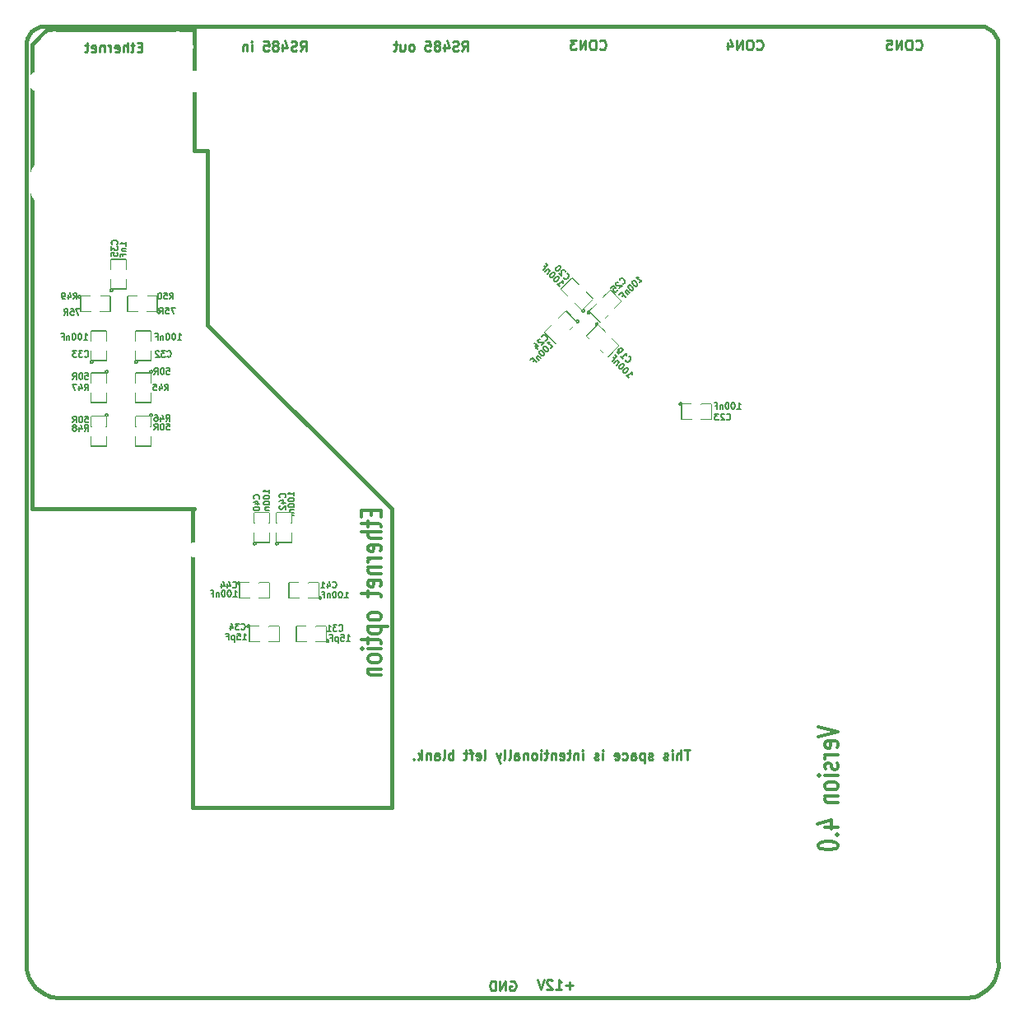
<source format=gbo>
G04 (created by PCBNEW-RS274X (2010-12-18 BZR 2669)-stable) date 2011-01-01T22:16:00 CET*
G01*
G70*
G90*
%MOIN*%
G04 Gerber Fmt 3.4, Leading zero omitted, Abs format*
%FSLAX34Y34*%
G04 APERTURE LIST*
%ADD10C,0.006000*%
%ADD11C,0.015000*%
%ADD12C,0.009900*%
%ADD13C,0.012000*%
%ADD14C,0.005000*%
%ADD15R,0.077800X0.077800*%
%ADD16C,0.077800*%
%ADD17C,0.067800*%
%ADD18R,0.067800X0.067800*%
%ADD19R,0.082800X0.082800*%
%ADD20C,0.082800*%
%ADD21C,0.062800*%
%ADD22R,0.042800X0.062800*%
%ADD23R,0.062800X0.042800*%
%ADD24C,0.244000*%
%ADD25C,0.086500*%
%ADD26C,0.057800*%
%ADD27C,0.125900*%
%ADD28C,0.083800*%
%ADD29C,0.093700*%
%ADD30C,0.059800*%
%ADD31O,0.078300X0.148800*%
%ADD32R,0.107800X0.107800*%
%ADD33C,0.107800*%
G04 APERTURE END LIST*
G54D10*
G54D11*
X15650Y-21350D02*
X08200Y-13900D01*
X08200Y-06850D02*
X08200Y-13900D01*
X07650Y-06850D02*
X08200Y-06850D01*
X07650Y-01950D02*
X07650Y-06850D01*
X07600Y-33450D02*
X07600Y-21350D01*
X15650Y-33450D02*
X07600Y-33450D01*
X15650Y-21350D02*
X15650Y-33450D01*
G54D12*
X27716Y-31115D02*
X27491Y-31115D01*
X27604Y-31509D02*
X27604Y-31115D01*
X27360Y-31509D02*
X27360Y-31115D01*
X27191Y-31509D02*
X27191Y-31303D01*
X27210Y-31266D01*
X27248Y-31247D01*
X27304Y-31247D01*
X27341Y-31266D01*
X27360Y-31284D01*
X27004Y-31509D02*
X27004Y-31247D01*
X27004Y-31115D02*
X27023Y-31134D01*
X27004Y-31153D01*
X26985Y-31134D01*
X27004Y-31115D01*
X27004Y-31153D01*
X26835Y-31491D02*
X26797Y-31509D01*
X26722Y-31509D01*
X26685Y-31491D01*
X26666Y-31453D01*
X26666Y-31434D01*
X26685Y-31397D01*
X26722Y-31378D01*
X26779Y-31378D01*
X26816Y-31359D01*
X26835Y-31322D01*
X26835Y-31303D01*
X26816Y-31266D01*
X26779Y-31247D01*
X26722Y-31247D01*
X26685Y-31266D01*
X26216Y-31491D02*
X26178Y-31509D01*
X26103Y-31509D01*
X26066Y-31491D01*
X26047Y-31453D01*
X26047Y-31434D01*
X26066Y-31397D01*
X26103Y-31378D01*
X26160Y-31378D01*
X26197Y-31359D01*
X26216Y-31322D01*
X26216Y-31303D01*
X26197Y-31266D01*
X26160Y-31247D01*
X26103Y-31247D01*
X26066Y-31266D01*
X25878Y-31247D02*
X25878Y-31641D01*
X25878Y-31266D02*
X25841Y-31247D01*
X25766Y-31247D01*
X25728Y-31266D01*
X25709Y-31284D01*
X25691Y-31322D01*
X25691Y-31434D01*
X25709Y-31472D01*
X25728Y-31491D01*
X25766Y-31509D01*
X25841Y-31509D01*
X25878Y-31491D01*
X25353Y-31509D02*
X25353Y-31303D01*
X25372Y-31266D01*
X25410Y-31247D01*
X25485Y-31247D01*
X25522Y-31266D01*
X25353Y-31491D02*
X25391Y-31509D01*
X25485Y-31509D01*
X25522Y-31491D01*
X25541Y-31453D01*
X25541Y-31416D01*
X25522Y-31378D01*
X25485Y-31359D01*
X25391Y-31359D01*
X25353Y-31341D01*
X24997Y-31491D02*
X25035Y-31509D01*
X25110Y-31509D01*
X25147Y-31491D01*
X25166Y-31472D01*
X25185Y-31434D01*
X25185Y-31322D01*
X25166Y-31284D01*
X25147Y-31266D01*
X25110Y-31247D01*
X25035Y-31247D01*
X24997Y-31266D01*
X24678Y-31491D02*
X24716Y-31509D01*
X24791Y-31509D01*
X24828Y-31491D01*
X24847Y-31453D01*
X24847Y-31303D01*
X24828Y-31266D01*
X24791Y-31247D01*
X24716Y-31247D01*
X24678Y-31266D01*
X24659Y-31303D01*
X24659Y-31341D01*
X24847Y-31378D01*
X24190Y-31509D02*
X24190Y-31247D01*
X24190Y-31115D02*
X24209Y-31134D01*
X24190Y-31153D01*
X24171Y-31134D01*
X24190Y-31115D01*
X24190Y-31153D01*
X24021Y-31491D02*
X23983Y-31509D01*
X23908Y-31509D01*
X23871Y-31491D01*
X23852Y-31453D01*
X23852Y-31434D01*
X23871Y-31397D01*
X23908Y-31378D01*
X23965Y-31378D01*
X24002Y-31359D01*
X24021Y-31322D01*
X24021Y-31303D01*
X24002Y-31266D01*
X23965Y-31247D01*
X23908Y-31247D01*
X23871Y-31266D01*
X23383Y-31509D02*
X23383Y-31247D01*
X23383Y-31115D02*
X23402Y-31134D01*
X23383Y-31153D01*
X23364Y-31134D01*
X23383Y-31115D01*
X23383Y-31153D01*
X23195Y-31247D02*
X23195Y-31509D01*
X23195Y-31284D02*
X23176Y-31266D01*
X23139Y-31247D01*
X23083Y-31247D01*
X23045Y-31266D01*
X23026Y-31303D01*
X23026Y-31509D01*
X22895Y-31247D02*
X22745Y-31247D01*
X22839Y-31115D02*
X22839Y-31453D01*
X22820Y-31491D01*
X22783Y-31509D01*
X22745Y-31509D01*
X22464Y-31491D02*
X22502Y-31509D01*
X22577Y-31509D01*
X22614Y-31491D01*
X22633Y-31453D01*
X22633Y-31303D01*
X22614Y-31266D01*
X22577Y-31247D01*
X22502Y-31247D01*
X22464Y-31266D01*
X22445Y-31303D01*
X22445Y-31341D01*
X22633Y-31378D01*
X22276Y-31247D02*
X22276Y-31509D01*
X22276Y-31284D02*
X22257Y-31266D01*
X22220Y-31247D01*
X22164Y-31247D01*
X22126Y-31266D01*
X22107Y-31303D01*
X22107Y-31509D01*
X21976Y-31247D02*
X21826Y-31247D01*
X21920Y-31115D02*
X21920Y-31453D01*
X21901Y-31491D01*
X21864Y-31509D01*
X21826Y-31509D01*
X21695Y-31509D02*
X21695Y-31247D01*
X21695Y-31115D02*
X21714Y-31134D01*
X21695Y-31153D01*
X21676Y-31134D01*
X21695Y-31115D01*
X21695Y-31153D01*
X21451Y-31509D02*
X21488Y-31491D01*
X21507Y-31472D01*
X21526Y-31434D01*
X21526Y-31322D01*
X21507Y-31284D01*
X21488Y-31266D01*
X21451Y-31247D01*
X21395Y-31247D01*
X21357Y-31266D01*
X21338Y-31284D01*
X21320Y-31322D01*
X21320Y-31434D01*
X21338Y-31472D01*
X21357Y-31491D01*
X21395Y-31509D01*
X21451Y-31509D01*
X21151Y-31247D02*
X21151Y-31509D01*
X21151Y-31284D02*
X21132Y-31266D01*
X21095Y-31247D01*
X21039Y-31247D01*
X21001Y-31266D01*
X20982Y-31303D01*
X20982Y-31509D01*
X20626Y-31509D02*
X20626Y-31303D01*
X20645Y-31266D01*
X20683Y-31247D01*
X20758Y-31247D01*
X20795Y-31266D01*
X20626Y-31491D02*
X20664Y-31509D01*
X20758Y-31509D01*
X20795Y-31491D01*
X20814Y-31453D01*
X20814Y-31416D01*
X20795Y-31378D01*
X20758Y-31359D01*
X20664Y-31359D01*
X20626Y-31341D01*
X20383Y-31509D02*
X20420Y-31491D01*
X20439Y-31453D01*
X20439Y-31115D01*
X20177Y-31509D02*
X20214Y-31491D01*
X20233Y-31453D01*
X20233Y-31115D01*
X20065Y-31247D02*
X19971Y-31509D01*
X19877Y-31247D02*
X19971Y-31509D01*
X20008Y-31603D01*
X20027Y-31622D01*
X20065Y-31641D01*
X19371Y-31509D02*
X19408Y-31491D01*
X19427Y-31453D01*
X19427Y-31115D01*
X19071Y-31491D02*
X19109Y-31509D01*
X19184Y-31509D01*
X19221Y-31491D01*
X19240Y-31453D01*
X19240Y-31303D01*
X19221Y-31266D01*
X19184Y-31247D01*
X19109Y-31247D01*
X19071Y-31266D01*
X19052Y-31303D01*
X19052Y-31341D01*
X19240Y-31378D01*
X18939Y-31247D02*
X18789Y-31247D01*
X18883Y-31509D02*
X18883Y-31172D01*
X18864Y-31134D01*
X18827Y-31115D01*
X18789Y-31115D01*
X18714Y-31247D02*
X18564Y-31247D01*
X18658Y-31115D02*
X18658Y-31453D01*
X18639Y-31491D01*
X18602Y-31509D01*
X18564Y-31509D01*
X18133Y-31509D02*
X18133Y-31115D01*
X18133Y-31266D02*
X18096Y-31247D01*
X18021Y-31247D01*
X17983Y-31266D01*
X17964Y-31284D01*
X17946Y-31322D01*
X17946Y-31434D01*
X17964Y-31472D01*
X17983Y-31491D01*
X18021Y-31509D01*
X18096Y-31509D01*
X18133Y-31491D01*
X17721Y-31509D02*
X17758Y-31491D01*
X17777Y-31453D01*
X17777Y-31115D01*
X17402Y-31509D02*
X17402Y-31303D01*
X17421Y-31266D01*
X17459Y-31247D01*
X17534Y-31247D01*
X17571Y-31266D01*
X17402Y-31491D02*
X17440Y-31509D01*
X17534Y-31509D01*
X17571Y-31491D01*
X17590Y-31453D01*
X17590Y-31416D01*
X17571Y-31378D01*
X17534Y-31359D01*
X17440Y-31359D01*
X17402Y-31341D01*
X17215Y-31247D02*
X17215Y-31509D01*
X17215Y-31284D02*
X17196Y-31266D01*
X17159Y-31247D01*
X17103Y-31247D01*
X17065Y-31266D01*
X17046Y-31303D01*
X17046Y-31509D01*
X16859Y-31509D02*
X16859Y-31115D01*
X16822Y-31359D02*
X16709Y-31509D01*
X16709Y-31247D02*
X16859Y-31397D01*
X16540Y-31472D02*
X16521Y-31491D01*
X16540Y-31509D01*
X16559Y-31491D01*
X16540Y-31472D01*
X16540Y-31509D01*
X22994Y-40659D02*
X22694Y-40659D01*
X22844Y-40809D02*
X22844Y-40509D01*
X22300Y-40809D02*
X22525Y-40809D01*
X22412Y-40809D02*
X22412Y-40415D01*
X22450Y-40472D01*
X22487Y-40509D01*
X22525Y-40528D01*
X22150Y-40453D02*
X22131Y-40434D01*
X22094Y-40415D01*
X22000Y-40415D01*
X21962Y-40434D01*
X21944Y-40453D01*
X21925Y-40491D01*
X21925Y-40528D01*
X21944Y-40584D01*
X22169Y-40809D01*
X21925Y-40809D01*
X21812Y-40415D02*
X21681Y-40809D01*
X21550Y-40415D01*
X20450Y-40484D02*
X20487Y-40465D01*
X20544Y-40465D01*
X20600Y-40484D01*
X20637Y-40522D01*
X20656Y-40559D01*
X20675Y-40634D01*
X20675Y-40691D01*
X20656Y-40766D01*
X20637Y-40803D01*
X20600Y-40841D01*
X20544Y-40859D01*
X20506Y-40859D01*
X20450Y-40841D01*
X20431Y-40822D01*
X20431Y-40691D01*
X20506Y-40691D01*
X20262Y-40859D02*
X20262Y-40465D01*
X20037Y-40859D01*
X20037Y-40465D01*
X19849Y-40859D02*
X19849Y-40465D01*
X19755Y-40465D01*
X19699Y-40484D01*
X19662Y-40522D01*
X19643Y-40559D01*
X19624Y-40634D01*
X19624Y-40691D01*
X19643Y-40766D01*
X19662Y-40803D01*
X19699Y-40841D01*
X19755Y-40859D01*
X19849Y-40859D01*
X36878Y-02722D02*
X36897Y-02741D01*
X36953Y-02759D01*
X36991Y-02759D01*
X37047Y-02741D01*
X37084Y-02703D01*
X37103Y-02666D01*
X37122Y-02591D01*
X37122Y-02534D01*
X37103Y-02459D01*
X37084Y-02422D01*
X37047Y-02384D01*
X36991Y-02365D01*
X36953Y-02365D01*
X36897Y-02384D01*
X36878Y-02403D01*
X36634Y-02365D02*
X36559Y-02365D01*
X36522Y-02384D01*
X36484Y-02422D01*
X36465Y-02497D01*
X36465Y-02628D01*
X36484Y-02703D01*
X36522Y-02741D01*
X36559Y-02759D01*
X36634Y-02759D01*
X36672Y-02741D01*
X36709Y-02703D01*
X36728Y-02628D01*
X36728Y-02497D01*
X36709Y-02422D01*
X36672Y-02384D01*
X36634Y-02365D01*
X36296Y-02759D02*
X36296Y-02365D01*
X36071Y-02759D01*
X36071Y-02365D01*
X35696Y-02365D02*
X35883Y-02365D01*
X35902Y-02553D01*
X35883Y-02534D01*
X35846Y-02516D01*
X35752Y-02516D01*
X35714Y-02534D01*
X35696Y-02553D01*
X35677Y-02591D01*
X35677Y-02684D01*
X35696Y-02722D01*
X35714Y-02741D01*
X35752Y-02759D01*
X35846Y-02759D01*
X35883Y-02741D01*
X35902Y-02722D01*
X30428Y-02722D02*
X30447Y-02741D01*
X30503Y-02759D01*
X30541Y-02759D01*
X30597Y-02741D01*
X30634Y-02703D01*
X30653Y-02666D01*
X30672Y-02591D01*
X30672Y-02534D01*
X30653Y-02459D01*
X30634Y-02422D01*
X30597Y-02384D01*
X30541Y-02365D01*
X30503Y-02365D01*
X30447Y-02384D01*
X30428Y-02403D01*
X30184Y-02365D02*
X30109Y-02365D01*
X30072Y-02384D01*
X30034Y-02422D01*
X30015Y-02497D01*
X30015Y-02628D01*
X30034Y-02703D01*
X30072Y-02741D01*
X30109Y-02759D01*
X30184Y-02759D01*
X30222Y-02741D01*
X30259Y-02703D01*
X30278Y-02628D01*
X30278Y-02497D01*
X30259Y-02422D01*
X30222Y-02384D01*
X30184Y-02365D01*
X29846Y-02759D02*
X29846Y-02365D01*
X29621Y-02759D01*
X29621Y-02365D01*
X29264Y-02497D02*
X29264Y-02759D01*
X29358Y-02347D02*
X29452Y-02628D01*
X29208Y-02628D01*
X24078Y-02722D02*
X24097Y-02741D01*
X24153Y-02759D01*
X24191Y-02759D01*
X24247Y-02741D01*
X24284Y-02703D01*
X24303Y-02666D01*
X24322Y-02591D01*
X24322Y-02534D01*
X24303Y-02459D01*
X24284Y-02422D01*
X24247Y-02384D01*
X24191Y-02365D01*
X24153Y-02365D01*
X24097Y-02384D01*
X24078Y-02403D01*
X23834Y-02365D02*
X23759Y-02365D01*
X23722Y-02384D01*
X23684Y-02422D01*
X23665Y-02497D01*
X23665Y-02628D01*
X23684Y-02703D01*
X23722Y-02741D01*
X23759Y-02759D01*
X23834Y-02759D01*
X23872Y-02741D01*
X23909Y-02703D01*
X23928Y-02628D01*
X23928Y-02497D01*
X23909Y-02422D01*
X23872Y-02384D01*
X23834Y-02365D01*
X23496Y-02759D02*
X23496Y-02365D01*
X23271Y-02759D01*
X23271Y-02365D01*
X23121Y-02365D02*
X22877Y-02365D01*
X23008Y-02516D01*
X22952Y-02516D01*
X22914Y-02534D01*
X22896Y-02553D01*
X22877Y-02591D01*
X22877Y-02684D01*
X22896Y-02722D01*
X22914Y-02741D01*
X22952Y-02759D01*
X23064Y-02759D01*
X23102Y-02741D01*
X23121Y-02722D01*
X18496Y-02809D02*
X18627Y-02622D01*
X18721Y-02809D02*
X18721Y-02415D01*
X18571Y-02415D01*
X18534Y-02434D01*
X18515Y-02453D01*
X18496Y-02491D01*
X18496Y-02547D01*
X18515Y-02584D01*
X18534Y-02603D01*
X18571Y-02622D01*
X18721Y-02622D01*
X18346Y-02791D02*
X18290Y-02809D01*
X18196Y-02809D01*
X18158Y-02791D01*
X18140Y-02772D01*
X18121Y-02734D01*
X18121Y-02697D01*
X18140Y-02659D01*
X18158Y-02641D01*
X18196Y-02622D01*
X18271Y-02603D01*
X18308Y-02584D01*
X18327Y-02566D01*
X18346Y-02528D01*
X18346Y-02491D01*
X18327Y-02453D01*
X18308Y-02434D01*
X18271Y-02415D01*
X18177Y-02415D01*
X18121Y-02434D01*
X17783Y-02547D02*
X17783Y-02809D01*
X17877Y-02397D02*
X17971Y-02678D01*
X17727Y-02678D01*
X17521Y-02584D02*
X17558Y-02566D01*
X17577Y-02547D01*
X17596Y-02509D01*
X17596Y-02491D01*
X17577Y-02453D01*
X17558Y-02434D01*
X17521Y-02415D01*
X17446Y-02415D01*
X17408Y-02434D01*
X17390Y-02453D01*
X17371Y-02491D01*
X17371Y-02509D01*
X17390Y-02547D01*
X17408Y-02566D01*
X17446Y-02584D01*
X17521Y-02584D01*
X17558Y-02603D01*
X17577Y-02622D01*
X17596Y-02659D01*
X17596Y-02734D01*
X17577Y-02772D01*
X17558Y-02791D01*
X17521Y-02809D01*
X17446Y-02809D01*
X17408Y-02791D01*
X17390Y-02772D01*
X17371Y-02734D01*
X17371Y-02659D01*
X17390Y-02622D01*
X17408Y-02603D01*
X17446Y-02584D01*
X17015Y-02415D02*
X17202Y-02415D01*
X17221Y-02603D01*
X17202Y-02584D01*
X17165Y-02566D01*
X17071Y-02566D01*
X17033Y-02584D01*
X17015Y-02603D01*
X16996Y-02641D01*
X16996Y-02734D01*
X17015Y-02772D01*
X17033Y-02791D01*
X17071Y-02809D01*
X17165Y-02809D01*
X17202Y-02791D01*
X17221Y-02772D01*
X16471Y-02809D02*
X16508Y-02791D01*
X16527Y-02772D01*
X16546Y-02734D01*
X16546Y-02622D01*
X16527Y-02584D01*
X16508Y-02566D01*
X16471Y-02547D01*
X16415Y-02547D01*
X16377Y-02566D01*
X16358Y-02584D01*
X16340Y-02622D01*
X16340Y-02734D01*
X16358Y-02772D01*
X16377Y-02791D01*
X16415Y-02809D01*
X16471Y-02809D01*
X16002Y-02547D02*
X16002Y-02809D01*
X16171Y-02547D02*
X16171Y-02753D01*
X16152Y-02791D01*
X16115Y-02809D01*
X16059Y-02809D01*
X16021Y-02791D01*
X16002Y-02772D01*
X15871Y-02547D02*
X15721Y-02547D01*
X15815Y-02415D02*
X15815Y-02753D01*
X15796Y-02791D01*
X15759Y-02809D01*
X15721Y-02809D01*
X11950Y-02809D02*
X12081Y-02622D01*
X12175Y-02809D02*
X12175Y-02415D01*
X12025Y-02415D01*
X11988Y-02434D01*
X11969Y-02453D01*
X11950Y-02491D01*
X11950Y-02547D01*
X11969Y-02584D01*
X11988Y-02603D01*
X12025Y-02622D01*
X12175Y-02622D01*
X11800Y-02791D02*
X11744Y-02809D01*
X11650Y-02809D01*
X11612Y-02791D01*
X11594Y-02772D01*
X11575Y-02734D01*
X11575Y-02697D01*
X11594Y-02659D01*
X11612Y-02641D01*
X11650Y-02622D01*
X11725Y-02603D01*
X11762Y-02584D01*
X11781Y-02566D01*
X11800Y-02528D01*
X11800Y-02491D01*
X11781Y-02453D01*
X11762Y-02434D01*
X11725Y-02415D01*
X11631Y-02415D01*
X11575Y-02434D01*
X11237Y-02547D02*
X11237Y-02809D01*
X11331Y-02397D02*
X11425Y-02678D01*
X11181Y-02678D01*
X10975Y-02584D02*
X11012Y-02566D01*
X11031Y-02547D01*
X11050Y-02509D01*
X11050Y-02491D01*
X11031Y-02453D01*
X11012Y-02434D01*
X10975Y-02415D01*
X10900Y-02415D01*
X10862Y-02434D01*
X10844Y-02453D01*
X10825Y-02491D01*
X10825Y-02509D01*
X10844Y-02547D01*
X10862Y-02566D01*
X10900Y-02584D01*
X10975Y-02584D01*
X11012Y-02603D01*
X11031Y-02622D01*
X11050Y-02659D01*
X11050Y-02734D01*
X11031Y-02772D01*
X11012Y-02791D01*
X10975Y-02809D01*
X10900Y-02809D01*
X10862Y-02791D01*
X10844Y-02772D01*
X10825Y-02734D01*
X10825Y-02659D01*
X10844Y-02622D01*
X10862Y-02603D01*
X10900Y-02584D01*
X10469Y-02415D02*
X10656Y-02415D01*
X10675Y-02603D01*
X10656Y-02584D01*
X10619Y-02566D01*
X10525Y-02566D01*
X10487Y-02584D01*
X10469Y-02603D01*
X10450Y-02641D01*
X10450Y-02734D01*
X10469Y-02772D01*
X10487Y-02791D01*
X10525Y-02809D01*
X10619Y-02809D01*
X10656Y-02791D01*
X10675Y-02772D01*
X09981Y-02809D02*
X09981Y-02547D01*
X09981Y-02415D02*
X10000Y-02434D01*
X09981Y-02453D01*
X09962Y-02434D01*
X09981Y-02415D01*
X09981Y-02453D01*
X09793Y-02547D02*
X09793Y-02809D01*
X09793Y-02584D02*
X09774Y-02566D01*
X09737Y-02547D01*
X09681Y-02547D01*
X09643Y-02566D01*
X09624Y-02603D01*
X09624Y-02809D01*
X05525Y-02653D02*
X05394Y-02653D01*
X05338Y-02859D02*
X05525Y-02859D01*
X05525Y-02465D01*
X05338Y-02465D01*
X05225Y-02597D02*
X05075Y-02597D01*
X05169Y-02465D02*
X05169Y-02803D01*
X05150Y-02841D01*
X05113Y-02859D01*
X05075Y-02859D01*
X04944Y-02859D02*
X04944Y-02465D01*
X04775Y-02859D02*
X04775Y-02653D01*
X04794Y-02616D01*
X04832Y-02597D01*
X04888Y-02597D01*
X04925Y-02616D01*
X04944Y-02634D01*
X04438Y-02841D02*
X04476Y-02859D01*
X04551Y-02859D01*
X04588Y-02841D01*
X04607Y-02803D01*
X04607Y-02653D01*
X04588Y-02616D01*
X04551Y-02597D01*
X04476Y-02597D01*
X04438Y-02616D01*
X04419Y-02653D01*
X04419Y-02691D01*
X04607Y-02728D01*
X04250Y-02859D02*
X04250Y-02597D01*
X04250Y-02672D02*
X04231Y-02634D01*
X04213Y-02616D01*
X04175Y-02597D01*
X04138Y-02597D01*
X04006Y-02597D02*
X04006Y-02859D01*
X04006Y-02634D02*
X03987Y-02616D01*
X03950Y-02597D01*
X03894Y-02597D01*
X03856Y-02616D01*
X03837Y-02653D01*
X03837Y-02859D01*
X03500Y-02841D02*
X03538Y-02859D01*
X03613Y-02859D01*
X03650Y-02841D01*
X03669Y-02803D01*
X03669Y-02653D01*
X03650Y-02616D01*
X03613Y-02597D01*
X03538Y-02597D01*
X03500Y-02616D01*
X03481Y-02653D01*
X03481Y-02691D01*
X03669Y-02728D01*
X03368Y-02597D02*
X03218Y-02597D01*
X03312Y-02465D02*
X03312Y-02803D01*
X03293Y-02841D01*
X03256Y-02859D01*
X03218Y-02859D01*
G54D13*
X14805Y-21407D02*
X14805Y-21607D01*
X15224Y-21693D02*
X15224Y-21407D01*
X14424Y-21407D01*
X14424Y-21693D01*
X14690Y-21864D02*
X14690Y-22093D01*
X14424Y-21950D02*
X15110Y-21950D01*
X15186Y-21978D01*
X15224Y-22036D01*
X15224Y-22093D01*
X15224Y-22293D02*
X14424Y-22293D01*
X15224Y-22550D02*
X14805Y-22550D01*
X14729Y-22521D01*
X14690Y-22464D01*
X14690Y-22379D01*
X14729Y-22321D01*
X14767Y-22293D01*
X15186Y-23064D02*
X15224Y-23007D01*
X15224Y-22893D01*
X15186Y-22836D01*
X15110Y-22807D01*
X14805Y-22807D01*
X14729Y-22836D01*
X14690Y-22893D01*
X14690Y-23007D01*
X14729Y-23064D01*
X14805Y-23093D01*
X14881Y-23093D01*
X14957Y-22807D01*
X15224Y-23350D02*
X14690Y-23350D01*
X14843Y-23350D02*
X14767Y-23378D01*
X14729Y-23407D01*
X14690Y-23464D01*
X14690Y-23521D01*
X14690Y-23721D02*
X15224Y-23721D01*
X14767Y-23721D02*
X14729Y-23749D01*
X14690Y-23807D01*
X14690Y-23892D01*
X14729Y-23949D01*
X14805Y-23978D01*
X15224Y-23978D01*
X15186Y-24492D02*
X15224Y-24435D01*
X15224Y-24321D01*
X15186Y-24264D01*
X15110Y-24235D01*
X14805Y-24235D01*
X14729Y-24264D01*
X14690Y-24321D01*
X14690Y-24435D01*
X14729Y-24492D01*
X14805Y-24521D01*
X14881Y-24521D01*
X14957Y-24235D01*
X14690Y-24692D02*
X14690Y-24921D01*
X14424Y-24778D02*
X15110Y-24778D01*
X15186Y-24806D01*
X15224Y-24864D01*
X15224Y-24921D01*
X15224Y-25664D02*
X15186Y-25606D01*
X15148Y-25578D01*
X15071Y-25549D01*
X14843Y-25549D01*
X14767Y-25578D01*
X14729Y-25606D01*
X14690Y-25664D01*
X14690Y-25749D01*
X14729Y-25806D01*
X14767Y-25835D01*
X14843Y-25864D01*
X15071Y-25864D01*
X15148Y-25835D01*
X15186Y-25806D01*
X15224Y-25749D01*
X15224Y-25664D01*
X14690Y-26121D02*
X15490Y-26121D01*
X14729Y-26121D02*
X14690Y-26178D01*
X14690Y-26292D01*
X14729Y-26349D01*
X14767Y-26378D01*
X14843Y-26407D01*
X15071Y-26407D01*
X15148Y-26378D01*
X15186Y-26349D01*
X15224Y-26292D01*
X15224Y-26178D01*
X15186Y-26121D01*
X14690Y-26578D02*
X14690Y-26807D01*
X14424Y-26664D02*
X15110Y-26664D01*
X15186Y-26692D01*
X15224Y-26750D01*
X15224Y-26807D01*
X15224Y-27007D02*
X14690Y-27007D01*
X14424Y-27007D02*
X14462Y-26978D01*
X14500Y-27007D01*
X14462Y-27035D01*
X14424Y-27007D01*
X14500Y-27007D01*
X15224Y-27379D02*
X15186Y-27321D01*
X15148Y-27293D01*
X15071Y-27264D01*
X14843Y-27264D01*
X14767Y-27293D01*
X14729Y-27321D01*
X14690Y-27379D01*
X14690Y-27464D01*
X14729Y-27521D01*
X14767Y-27550D01*
X14843Y-27579D01*
X15071Y-27579D01*
X15148Y-27550D01*
X15186Y-27521D01*
X15224Y-27464D01*
X15224Y-27379D01*
X14690Y-27836D02*
X15224Y-27836D01*
X14767Y-27836D02*
X14729Y-27864D01*
X14690Y-27922D01*
X14690Y-28007D01*
X14729Y-28064D01*
X14805Y-28093D01*
X15224Y-28093D01*
G54D11*
X01100Y-21350D02*
X07650Y-21350D01*
X01100Y-02550D02*
X01100Y-21350D01*
X01700Y-01950D02*
X01100Y-02550D01*
X07650Y-01950D02*
X01700Y-01950D01*
G54D13*
X32924Y-30186D02*
X33724Y-30386D01*
X32924Y-30586D01*
X33686Y-31014D02*
X33724Y-30957D01*
X33724Y-30843D01*
X33686Y-30786D01*
X33610Y-30757D01*
X33305Y-30757D01*
X33229Y-30786D01*
X33190Y-30843D01*
X33190Y-30957D01*
X33229Y-31014D01*
X33305Y-31043D01*
X33381Y-31043D01*
X33457Y-30757D01*
X33724Y-31300D02*
X33190Y-31300D01*
X33343Y-31300D02*
X33267Y-31328D01*
X33229Y-31357D01*
X33190Y-31414D01*
X33190Y-31471D01*
X33686Y-31642D02*
X33724Y-31699D01*
X33724Y-31814D01*
X33686Y-31871D01*
X33610Y-31899D01*
X33571Y-31899D01*
X33495Y-31871D01*
X33457Y-31814D01*
X33457Y-31728D01*
X33419Y-31671D01*
X33343Y-31642D01*
X33305Y-31642D01*
X33229Y-31671D01*
X33190Y-31728D01*
X33190Y-31814D01*
X33229Y-31871D01*
X33724Y-32157D02*
X33190Y-32157D01*
X32924Y-32157D02*
X32962Y-32128D01*
X33000Y-32157D01*
X32962Y-32185D01*
X32924Y-32157D01*
X33000Y-32157D01*
X33724Y-32529D02*
X33686Y-32471D01*
X33648Y-32443D01*
X33571Y-32414D01*
X33343Y-32414D01*
X33267Y-32443D01*
X33229Y-32471D01*
X33190Y-32529D01*
X33190Y-32614D01*
X33229Y-32671D01*
X33267Y-32700D01*
X33343Y-32729D01*
X33571Y-32729D01*
X33648Y-32700D01*
X33686Y-32671D01*
X33724Y-32614D01*
X33724Y-32529D01*
X33190Y-32986D02*
X33724Y-32986D01*
X33267Y-32986D02*
X33229Y-33014D01*
X33190Y-33072D01*
X33190Y-33157D01*
X33229Y-33214D01*
X33305Y-33243D01*
X33724Y-33243D01*
X33190Y-34243D02*
X33724Y-34243D01*
X32886Y-34100D02*
X33457Y-33957D01*
X33457Y-34329D01*
X33648Y-34557D02*
X33686Y-34585D01*
X33724Y-34557D01*
X33686Y-34528D01*
X33648Y-34557D01*
X33724Y-34557D01*
X32924Y-34957D02*
X32924Y-35014D01*
X32962Y-35071D01*
X33000Y-35100D01*
X33076Y-35129D01*
X33229Y-35157D01*
X33419Y-35157D01*
X33571Y-35129D01*
X33648Y-35100D01*
X33686Y-35071D01*
X33724Y-35014D01*
X33724Y-34957D01*
X33686Y-34900D01*
X33648Y-34871D01*
X33571Y-34843D01*
X33419Y-34814D01*
X33229Y-34814D01*
X33076Y-34843D01*
X33000Y-34871D01*
X32962Y-34900D01*
X32924Y-34957D01*
G54D11*
X00850Y-39900D02*
X00850Y-02550D01*
X39000Y-41150D02*
X02300Y-41150D01*
X40200Y-02550D02*
X40200Y-39650D01*
X01600Y-01800D02*
X39450Y-01800D01*
X01600Y-01800D02*
X01535Y-01803D01*
X01470Y-01812D01*
X01406Y-01826D01*
X01344Y-01846D01*
X01284Y-01871D01*
X01226Y-01901D01*
X01170Y-01936D01*
X01118Y-01976D01*
X01070Y-02020D01*
X01026Y-02068D01*
X00986Y-02120D01*
X00951Y-02176D01*
X00921Y-02234D01*
X00896Y-02294D01*
X00876Y-02356D01*
X00862Y-02420D01*
X00853Y-02485D01*
X00850Y-02550D01*
X40200Y-02550D02*
X40197Y-02485D01*
X40188Y-02420D01*
X40174Y-02356D01*
X40154Y-02294D01*
X40129Y-02234D01*
X40099Y-02176D01*
X40064Y-02120D01*
X40024Y-02068D01*
X39980Y-02020D01*
X39932Y-01976D01*
X39880Y-01936D01*
X39825Y-01901D01*
X39766Y-01871D01*
X39706Y-01846D01*
X39644Y-01826D01*
X39580Y-01812D01*
X39515Y-01803D01*
X39450Y-01800D01*
X38999Y-41149D02*
X39116Y-41131D01*
X39231Y-41103D01*
X39343Y-41065D01*
X39451Y-41017D01*
X39555Y-40960D01*
X39653Y-40894D01*
X39746Y-40820D01*
X39831Y-40738D01*
X39909Y-40649D01*
X39979Y-40553D01*
X40041Y-40452D01*
X40093Y-40345D01*
X40136Y-40235D01*
X40169Y-40121D01*
X40192Y-40005D01*
X40205Y-39887D01*
X40207Y-39770D01*
X40199Y-39651D01*
X00851Y-39899D02*
X00865Y-40016D01*
X00889Y-40131D01*
X00923Y-40244D01*
X00966Y-40354D01*
X01019Y-40460D01*
X01081Y-40560D01*
X01152Y-40655D01*
X01231Y-40743D01*
X01316Y-40824D01*
X01409Y-40897D01*
X01508Y-40962D01*
X01612Y-41018D01*
X01720Y-41064D01*
X01832Y-41101D01*
X01947Y-41129D01*
X02064Y-41146D01*
X02182Y-41152D01*
X02299Y-41149D01*
G54D14*
X24003Y-13878D02*
X24002Y-13887D01*
X23999Y-13897D01*
X23994Y-13905D01*
X23988Y-13913D01*
X23980Y-13919D01*
X23972Y-13924D01*
X23963Y-13926D01*
X23953Y-13927D01*
X23944Y-13927D01*
X23935Y-13924D01*
X23926Y-13919D01*
X23919Y-13913D01*
X23912Y-13906D01*
X23908Y-13897D01*
X23905Y-13888D01*
X23904Y-13878D01*
X23904Y-13869D01*
X23907Y-13860D01*
X23911Y-13851D01*
X23918Y-13844D01*
X23925Y-13837D01*
X23933Y-13833D01*
X23943Y-13830D01*
X23952Y-13829D01*
X23961Y-13829D01*
X23971Y-13832D01*
X23979Y-13836D01*
X23987Y-13842D01*
X23993Y-13850D01*
X23998Y-13858D01*
X24001Y-13867D01*
X24002Y-13877D01*
X24003Y-13878D01*
X24271Y-14196D02*
X23988Y-13914D01*
X23988Y-13914D02*
X23564Y-14338D01*
X23564Y-14338D02*
X23846Y-14621D01*
X24129Y-14904D02*
X24412Y-15186D01*
X24412Y-15186D02*
X24836Y-14762D01*
X24836Y-14762D02*
X24554Y-14479D01*
X23447Y-13322D02*
X23446Y-13331D01*
X23443Y-13341D01*
X23438Y-13349D01*
X23432Y-13357D01*
X23424Y-13363D01*
X23416Y-13368D01*
X23407Y-13370D01*
X23397Y-13371D01*
X23388Y-13371D01*
X23379Y-13368D01*
X23370Y-13363D01*
X23363Y-13357D01*
X23356Y-13350D01*
X23352Y-13341D01*
X23349Y-13332D01*
X23348Y-13322D01*
X23348Y-13313D01*
X23351Y-13304D01*
X23355Y-13295D01*
X23362Y-13288D01*
X23369Y-13281D01*
X23377Y-13277D01*
X23387Y-13274D01*
X23396Y-13273D01*
X23405Y-13273D01*
X23415Y-13276D01*
X23423Y-13280D01*
X23431Y-13286D01*
X23437Y-13294D01*
X23442Y-13302D01*
X23445Y-13311D01*
X23446Y-13321D01*
X23447Y-13322D01*
X23079Y-13004D02*
X23362Y-13286D01*
X23362Y-13286D02*
X23786Y-12862D01*
X23786Y-12862D02*
X23504Y-12579D01*
X23221Y-12296D02*
X22938Y-12014D01*
X22938Y-12014D02*
X22514Y-12438D01*
X22514Y-12438D02*
X22796Y-12721D01*
X27400Y-17100D02*
X27399Y-17109D01*
X27396Y-17119D01*
X27391Y-17127D01*
X27385Y-17135D01*
X27377Y-17141D01*
X27369Y-17146D01*
X27360Y-17148D01*
X27350Y-17149D01*
X27341Y-17149D01*
X27332Y-17146D01*
X27323Y-17141D01*
X27316Y-17135D01*
X27309Y-17128D01*
X27305Y-17119D01*
X27302Y-17110D01*
X27301Y-17100D01*
X27301Y-17091D01*
X27304Y-17082D01*
X27308Y-17073D01*
X27315Y-17066D01*
X27322Y-17059D01*
X27330Y-17055D01*
X27340Y-17052D01*
X27349Y-17051D01*
X27358Y-17051D01*
X27368Y-17054D01*
X27376Y-17058D01*
X27384Y-17064D01*
X27390Y-17072D01*
X27395Y-17080D01*
X27398Y-17089D01*
X27399Y-17099D01*
X27400Y-17100D01*
X27800Y-17100D02*
X27400Y-17100D01*
X27400Y-17100D02*
X27400Y-17700D01*
X27400Y-17700D02*
X27800Y-17700D01*
X28200Y-17700D02*
X28600Y-17700D01*
X28600Y-17700D02*
X28600Y-17100D01*
X28600Y-17100D02*
X28200Y-17100D01*
X23222Y-13753D02*
X23221Y-13762D01*
X23218Y-13772D01*
X23213Y-13780D01*
X23207Y-13788D01*
X23199Y-13794D01*
X23191Y-13799D01*
X23182Y-13801D01*
X23172Y-13802D01*
X23163Y-13802D01*
X23154Y-13799D01*
X23145Y-13794D01*
X23138Y-13788D01*
X23131Y-13781D01*
X23127Y-13772D01*
X23124Y-13763D01*
X23123Y-13753D01*
X23123Y-13744D01*
X23126Y-13735D01*
X23130Y-13726D01*
X23137Y-13719D01*
X23144Y-13712D01*
X23152Y-13708D01*
X23162Y-13705D01*
X23171Y-13704D01*
X23180Y-13704D01*
X23190Y-13707D01*
X23198Y-13711D01*
X23206Y-13717D01*
X23212Y-13725D01*
X23217Y-13733D01*
X23220Y-13742D01*
X23221Y-13752D01*
X23222Y-13753D01*
X22854Y-14071D02*
X23136Y-13788D01*
X23136Y-13788D02*
X22712Y-13364D01*
X22712Y-13364D02*
X22429Y-13646D01*
X22146Y-13929D02*
X21864Y-14212D01*
X21864Y-14212D02*
X22288Y-14636D01*
X22288Y-14636D02*
X22571Y-14354D01*
X23678Y-13397D02*
X23677Y-13406D01*
X23674Y-13416D01*
X23669Y-13424D01*
X23663Y-13432D01*
X23655Y-13438D01*
X23647Y-13443D01*
X23638Y-13445D01*
X23628Y-13446D01*
X23619Y-13446D01*
X23610Y-13443D01*
X23601Y-13438D01*
X23594Y-13432D01*
X23587Y-13425D01*
X23583Y-13416D01*
X23580Y-13407D01*
X23579Y-13397D01*
X23579Y-13388D01*
X23582Y-13379D01*
X23586Y-13370D01*
X23593Y-13363D01*
X23600Y-13356D01*
X23608Y-13352D01*
X23618Y-13349D01*
X23627Y-13348D01*
X23636Y-13348D01*
X23646Y-13351D01*
X23654Y-13355D01*
X23662Y-13361D01*
X23668Y-13369D01*
X23673Y-13377D01*
X23676Y-13386D01*
X23677Y-13396D01*
X23678Y-13397D01*
X23946Y-13079D02*
X23664Y-13362D01*
X23664Y-13362D02*
X24088Y-13786D01*
X24088Y-13786D02*
X24371Y-13504D01*
X24654Y-13221D02*
X24936Y-12938D01*
X24936Y-12938D02*
X24512Y-12514D01*
X24512Y-12514D02*
X24229Y-12796D01*
X06250Y-13350D02*
X06249Y-13359D01*
X06246Y-13369D01*
X06241Y-13377D01*
X06235Y-13385D01*
X06227Y-13391D01*
X06219Y-13396D01*
X06210Y-13398D01*
X06200Y-13399D01*
X06191Y-13399D01*
X06182Y-13396D01*
X06173Y-13391D01*
X06166Y-13385D01*
X06159Y-13378D01*
X06155Y-13369D01*
X06152Y-13360D01*
X06151Y-13350D01*
X06151Y-13341D01*
X06154Y-13332D01*
X06158Y-13323D01*
X06165Y-13316D01*
X06172Y-13309D01*
X06180Y-13305D01*
X06190Y-13302D01*
X06199Y-13301D01*
X06208Y-13301D01*
X06218Y-13304D01*
X06226Y-13308D01*
X06234Y-13314D01*
X06240Y-13322D01*
X06245Y-13330D01*
X06248Y-13339D01*
X06249Y-13349D01*
X06250Y-13350D01*
X05750Y-13350D02*
X06150Y-13350D01*
X06150Y-13350D02*
X06150Y-12750D01*
X06150Y-12750D02*
X05750Y-12750D01*
X05350Y-12750D02*
X04950Y-12750D01*
X04950Y-12750D02*
X04950Y-13350D01*
X04950Y-13350D02*
X05350Y-13350D01*
X03050Y-12750D02*
X03049Y-12759D01*
X03046Y-12769D01*
X03041Y-12777D01*
X03035Y-12785D01*
X03027Y-12791D01*
X03019Y-12796D01*
X03010Y-12798D01*
X03000Y-12799D01*
X02991Y-12799D01*
X02982Y-12796D01*
X02973Y-12791D01*
X02966Y-12785D01*
X02959Y-12778D01*
X02955Y-12769D01*
X02952Y-12760D01*
X02951Y-12750D01*
X02951Y-12741D01*
X02954Y-12732D01*
X02958Y-12723D01*
X02965Y-12716D01*
X02972Y-12709D01*
X02980Y-12705D01*
X02990Y-12702D01*
X02999Y-12701D01*
X03008Y-12701D01*
X03018Y-12704D01*
X03026Y-12708D01*
X03034Y-12714D01*
X03040Y-12722D01*
X03045Y-12730D01*
X03048Y-12739D01*
X03049Y-12749D01*
X03050Y-12750D01*
X03450Y-12750D02*
X03050Y-12750D01*
X03050Y-12750D02*
X03050Y-13350D01*
X03050Y-13350D02*
X03450Y-13350D01*
X03850Y-13350D02*
X04250Y-13350D01*
X04250Y-13350D02*
X04250Y-12750D01*
X04250Y-12750D02*
X03850Y-12750D01*
X04150Y-17550D02*
X04149Y-17559D01*
X04146Y-17569D01*
X04141Y-17577D01*
X04135Y-17585D01*
X04127Y-17591D01*
X04119Y-17596D01*
X04110Y-17598D01*
X04100Y-17599D01*
X04091Y-17599D01*
X04082Y-17596D01*
X04073Y-17591D01*
X04066Y-17585D01*
X04059Y-17578D01*
X04055Y-17569D01*
X04052Y-17560D01*
X04051Y-17550D01*
X04051Y-17541D01*
X04054Y-17532D01*
X04058Y-17523D01*
X04065Y-17516D01*
X04072Y-17509D01*
X04080Y-17505D01*
X04090Y-17502D01*
X04099Y-17501D01*
X04108Y-17501D01*
X04118Y-17504D01*
X04126Y-17508D01*
X04134Y-17514D01*
X04140Y-17522D01*
X04145Y-17530D01*
X04148Y-17539D01*
X04149Y-17549D01*
X04150Y-17550D01*
X04100Y-18000D02*
X04100Y-17600D01*
X04100Y-17600D02*
X03500Y-17600D01*
X03500Y-17600D02*
X03500Y-18000D01*
X03500Y-18400D02*
X03500Y-18800D01*
X03500Y-18800D02*
X04100Y-18800D01*
X04100Y-18800D02*
X04100Y-18400D01*
X04150Y-15800D02*
X04149Y-15809D01*
X04146Y-15819D01*
X04141Y-15827D01*
X04135Y-15835D01*
X04127Y-15841D01*
X04119Y-15846D01*
X04110Y-15848D01*
X04100Y-15849D01*
X04091Y-15849D01*
X04082Y-15846D01*
X04073Y-15841D01*
X04066Y-15835D01*
X04059Y-15828D01*
X04055Y-15819D01*
X04052Y-15810D01*
X04051Y-15800D01*
X04051Y-15791D01*
X04054Y-15782D01*
X04058Y-15773D01*
X04065Y-15766D01*
X04072Y-15759D01*
X04080Y-15755D01*
X04090Y-15752D01*
X04099Y-15751D01*
X04108Y-15751D01*
X04118Y-15754D01*
X04126Y-15758D01*
X04134Y-15764D01*
X04140Y-15772D01*
X04145Y-15780D01*
X04148Y-15789D01*
X04149Y-15799D01*
X04150Y-15800D01*
X04100Y-16250D02*
X04100Y-15850D01*
X04100Y-15850D02*
X03500Y-15850D01*
X03500Y-15850D02*
X03500Y-16250D01*
X03500Y-16650D02*
X03500Y-17050D01*
X03500Y-17050D02*
X04100Y-17050D01*
X04100Y-17050D02*
X04100Y-16650D01*
X05950Y-17550D02*
X05949Y-17559D01*
X05946Y-17569D01*
X05941Y-17577D01*
X05935Y-17585D01*
X05927Y-17591D01*
X05919Y-17596D01*
X05910Y-17598D01*
X05900Y-17599D01*
X05891Y-17599D01*
X05882Y-17596D01*
X05873Y-17591D01*
X05866Y-17585D01*
X05859Y-17578D01*
X05855Y-17569D01*
X05852Y-17560D01*
X05851Y-17550D01*
X05851Y-17541D01*
X05854Y-17532D01*
X05858Y-17523D01*
X05865Y-17516D01*
X05872Y-17509D01*
X05880Y-17505D01*
X05890Y-17502D01*
X05899Y-17501D01*
X05908Y-17501D01*
X05918Y-17504D01*
X05926Y-17508D01*
X05934Y-17514D01*
X05940Y-17522D01*
X05945Y-17530D01*
X05948Y-17539D01*
X05949Y-17549D01*
X05950Y-17550D01*
X05900Y-18000D02*
X05900Y-17600D01*
X05900Y-17600D02*
X05300Y-17600D01*
X05300Y-17600D02*
X05300Y-18000D01*
X05300Y-18400D02*
X05300Y-18800D01*
X05300Y-18800D02*
X05900Y-18800D01*
X05900Y-18800D02*
X05900Y-18400D01*
X05950Y-15800D02*
X05949Y-15809D01*
X05946Y-15819D01*
X05941Y-15827D01*
X05935Y-15835D01*
X05927Y-15841D01*
X05919Y-15846D01*
X05910Y-15848D01*
X05900Y-15849D01*
X05891Y-15849D01*
X05882Y-15846D01*
X05873Y-15841D01*
X05866Y-15835D01*
X05859Y-15828D01*
X05855Y-15819D01*
X05852Y-15810D01*
X05851Y-15800D01*
X05851Y-15791D01*
X05854Y-15782D01*
X05858Y-15773D01*
X05865Y-15766D01*
X05872Y-15759D01*
X05880Y-15755D01*
X05890Y-15752D01*
X05899Y-15751D01*
X05908Y-15751D01*
X05918Y-15754D01*
X05926Y-15758D01*
X05934Y-15764D01*
X05940Y-15772D01*
X05945Y-15780D01*
X05948Y-15789D01*
X05949Y-15799D01*
X05950Y-15800D01*
X05900Y-16250D02*
X05900Y-15850D01*
X05900Y-15850D02*
X05300Y-15850D01*
X05300Y-15850D02*
X05300Y-16250D01*
X05300Y-16650D02*
X05300Y-17050D01*
X05300Y-17050D02*
X05900Y-17050D01*
X05900Y-17050D02*
X05900Y-16650D01*
X11050Y-22750D02*
X11049Y-22759D01*
X11046Y-22769D01*
X11041Y-22777D01*
X11035Y-22785D01*
X11027Y-22791D01*
X11019Y-22796D01*
X11010Y-22798D01*
X11000Y-22799D01*
X10991Y-22799D01*
X10982Y-22796D01*
X10973Y-22791D01*
X10966Y-22785D01*
X10959Y-22778D01*
X10955Y-22769D01*
X10952Y-22760D01*
X10951Y-22750D01*
X10951Y-22741D01*
X10954Y-22732D01*
X10958Y-22723D01*
X10965Y-22716D01*
X10972Y-22709D01*
X10980Y-22705D01*
X10990Y-22702D01*
X10999Y-22701D01*
X11008Y-22701D01*
X11018Y-22704D01*
X11026Y-22708D01*
X11034Y-22714D01*
X11040Y-22722D01*
X11045Y-22730D01*
X11048Y-22739D01*
X11049Y-22749D01*
X11050Y-22750D01*
X11000Y-22300D02*
X11000Y-22700D01*
X11000Y-22700D02*
X11600Y-22700D01*
X11600Y-22700D02*
X11600Y-22300D01*
X11600Y-21900D02*
X11600Y-21500D01*
X11600Y-21500D02*
X11000Y-21500D01*
X11000Y-21500D02*
X11000Y-21900D01*
X12800Y-24950D02*
X12799Y-24959D01*
X12796Y-24969D01*
X12791Y-24977D01*
X12785Y-24985D01*
X12777Y-24991D01*
X12769Y-24996D01*
X12760Y-24998D01*
X12750Y-24999D01*
X12741Y-24999D01*
X12732Y-24996D01*
X12723Y-24991D01*
X12716Y-24985D01*
X12709Y-24978D01*
X12705Y-24969D01*
X12702Y-24960D01*
X12701Y-24950D01*
X12701Y-24941D01*
X12704Y-24932D01*
X12708Y-24923D01*
X12715Y-24916D01*
X12722Y-24909D01*
X12730Y-24905D01*
X12740Y-24902D01*
X12749Y-24901D01*
X12758Y-24901D01*
X12768Y-24904D01*
X12776Y-24908D01*
X12784Y-24914D01*
X12790Y-24922D01*
X12795Y-24930D01*
X12798Y-24939D01*
X12799Y-24949D01*
X12800Y-24950D01*
X12300Y-24950D02*
X12700Y-24950D01*
X12700Y-24950D02*
X12700Y-24350D01*
X12700Y-24350D02*
X12300Y-24350D01*
X11900Y-24350D02*
X11500Y-24350D01*
X11500Y-24350D02*
X11500Y-24950D01*
X11500Y-24950D02*
X11900Y-24950D01*
X10150Y-22750D02*
X10149Y-22759D01*
X10146Y-22769D01*
X10141Y-22777D01*
X10135Y-22785D01*
X10127Y-22791D01*
X10119Y-22796D01*
X10110Y-22798D01*
X10100Y-22799D01*
X10091Y-22799D01*
X10082Y-22796D01*
X10073Y-22791D01*
X10066Y-22785D01*
X10059Y-22778D01*
X10055Y-22769D01*
X10052Y-22760D01*
X10051Y-22750D01*
X10051Y-22741D01*
X10054Y-22732D01*
X10058Y-22723D01*
X10065Y-22716D01*
X10072Y-22709D01*
X10080Y-22705D01*
X10090Y-22702D01*
X10099Y-22701D01*
X10108Y-22701D01*
X10118Y-22704D01*
X10126Y-22708D01*
X10134Y-22714D01*
X10140Y-22722D01*
X10145Y-22730D01*
X10148Y-22739D01*
X10149Y-22749D01*
X10150Y-22750D01*
X10100Y-22300D02*
X10100Y-22700D01*
X10100Y-22700D02*
X10700Y-22700D01*
X10700Y-22700D02*
X10700Y-22300D01*
X10700Y-21900D02*
X10700Y-21500D01*
X10700Y-21500D02*
X10100Y-21500D01*
X10100Y-21500D02*
X10100Y-21900D01*
X04350Y-12500D02*
X04349Y-12509D01*
X04346Y-12519D01*
X04341Y-12527D01*
X04335Y-12535D01*
X04327Y-12541D01*
X04319Y-12546D01*
X04310Y-12548D01*
X04300Y-12549D01*
X04291Y-12549D01*
X04282Y-12546D01*
X04273Y-12541D01*
X04266Y-12535D01*
X04259Y-12528D01*
X04255Y-12519D01*
X04252Y-12510D01*
X04251Y-12500D01*
X04251Y-12491D01*
X04254Y-12482D01*
X04258Y-12473D01*
X04265Y-12466D01*
X04272Y-12459D01*
X04280Y-12455D01*
X04290Y-12452D01*
X04299Y-12451D01*
X04308Y-12451D01*
X04318Y-12454D01*
X04326Y-12458D01*
X04334Y-12464D01*
X04340Y-12472D01*
X04345Y-12480D01*
X04348Y-12489D01*
X04349Y-12499D01*
X04350Y-12500D01*
X04300Y-12050D02*
X04300Y-12450D01*
X04300Y-12450D02*
X04900Y-12450D01*
X04900Y-12450D02*
X04900Y-12050D01*
X04900Y-11650D02*
X04900Y-11250D01*
X04900Y-11250D02*
X04300Y-11250D01*
X04300Y-11250D02*
X04300Y-11650D01*
X09900Y-26100D02*
X09899Y-26109D01*
X09896Y-26119D01*
X09891Y-26127D01*
X09885Y-26135D01*
X09877Y-26141D01*
X09869Y-26146D01*
X09860Y-26148D01*
X09850Y-26149D01*
X09841Y-26149D01*
X09832Y-26146D01*
X09823Y-26141D01*
X09816Y-26135D01*
X09809Y-26128D01*
X09805Y-26119D01*
X09802Y-26110D01*
X09801Y-26100D01*
X09801Y-26091D01*
X09804Y-26082D01*
X09808Y-26073D01*
X09815Y-26066D01*
X09822Y-26059D01*
X09830Y-26055D01*
X09840Y-26052D01*
X09849Y-26051D01*
X09858Y-26051D01*
X09868Y-26054D01*
X09876Y-26058D01*
X09884Y-26064D01*
X09890Y-26072D01*
X09895Y-26080D01*
X09898Y-26089D01*
X09899Y-26099D01*
X09900Y-26100D01*
X10300Y-26100D02*
X09900Y-26100D01*
X09900Y-26100D02*
X09900Y-26700D01*
X09900Y-26700D02*
X10300Y-26700D01*
X10700Y-26700D02*
X11100Y-26700D01*
X11100Y-26700D02*
X11100Y-26100D01*
X11100Y-26100D02*
X10700Y-26100D01*
X03550Y-15400D02*
X03549Y-15409D01*
X03546Y-15419D01*
X03541Y-15427D01*
X03535Y-15435D01*
X03527Y-15441D01*
X03519Y-15446D01*
X03510Y-15448D01*
X03500Y-15449D01*
X03491Y-15449D01*
X03482Y-15446D01*
X03473Y-15441D01*
X03466Y-15435D01*
X03459Y-15428D01*
X03455Y-15419D01*
X03452Y-15410D01*
X03451Y-15400D01*
X03451Y-15391D01*
X03454Y-15382D01*
X03458Y-15373D01*
X03465Y-15366D01*
X03472Y-15359D01*
X03480Y-15355D01*
X03490Y-15352D01*
X03499Y-15351D01*
X03508Y-15351D01*
X03518Y-15354D01*
X03526Y-15358D01*
X03534Y-15364D01*
X03540Y-15372D01*
X03545Y-15380D01*
X03548Y-15389D01*
X03549Y-15399D01*
X03550Y-15400D01*
X03500Y-14950D02*
X03500Y-15350D01*
X03500Y-15350D02*
X04100Y-15350D01*
X04100Y-15350D02*
X04100Y-14950D01*
X04100Y-14550D02*
X04100Y-14150D01*
X04100Y-14150D02*
X03500Y-14150D01*
X03500Y-14150D02*
X03500Y-14550D01*
X05350Y-15400D02*
X05349Y-15409D01*
X05346Y-15419D01*
X05341Y-15427D01*
X05335Y-15435D01*
X05327Y-15441D01*
X05319Y-15446D01*
X05310Y-15448D01*
X05300Y-15449D01*
X05291Y-15449D01*
X05282Y-15446D01*
X05273Y-15441D01*
X05266Y-15435D01*
X05259Y-15428D01*
X05255Y-15419D01*
X05252Y-15410D01*
X05251Y-15400D01*
X05251Y-15391D01*
X05254Y-15382D01*
X05258Y-15373D01*
X05265Y-15366D01*
X05272Y-15359D01*
X05280Y-15355D01*
X05290Y-15352D01*
X05299Y-15351D01*
X05308Y-15351D01*
X05318Y-15354D01*
X05326Y-15358D01*
X05334Y-15364D01*
X05340Y-15372D01*
X05345Y-15380D01*
X05348Y-15389D01*
X05349Y-15399D01*
X05350Y-15400D01*
X05300Y-14950D02*
X05300Y-15350D01*
X05300Y-15350D02*
X05900Y-15350D01*
X05900Y-15350D02*
X05900Y-14950D01*
X05900Y-14550D02*
X05900Y-14150D01*
X05900Y-14150D02*
X05300Y-14150D01*
X05300Y-14150D02*
X05300Y-14550D01*
X13100Y-26700D02*
X13099Y-26709D01*
X13096Y-26719D01*
X13091Y-26727D01*
X13085Y-26735D01*
X13077Y-26741D01*
X13069Y-26746D01*
X13060Y-26748D01*
X13050Y-26749D01*
X13041Y-26749D01*
X13032Y-26746D01*
X13023Y-26741D01*
X13016Y-26735D01*
X13009Y-26728D01*
X13005Y-26719D01*
X13002Y-26710D01*
X13001Y-26700D01*
X13001Y-26691D01*
X13004Y-26682D01*
X13008Y-26673D01*
X13015Y-26666D01*
X13022Y-26659D01*
X13030Y-26655D01*
X13040Y-26652D01*
X13049Y-26651D01*
X13058Y-26651D01*
X13068Y-26654D01*
X13076Y-26658D01*
X13084Y-26664D01*
X13090Y-26672D01*
X13095Y-26680D01*
X13098Y-26689D01*
X13099Y-26699D01*
X13100Y-26700D01*
X12600Y-26700D02*
X13000Y-26700D01*
X13000Y-26700D02*
X13000Y-26100D01*
X13000Y-26100D02*
X12600Y-26100D01*
X12200Y-26100D02*
X11800Y-26100D01*
X11800Y-26100D02*
X11800Y-26700D01*
X11800Y-26700D02*
X12200Y-26700D01*
X09500Y-24350D02*
X09499Y-24359D01*
X09496Y-24369D01*
X09491Y-24377D01*
X09485Y-24385D01*
X09477Y-24391D01*
X09469Y-24396D01*
X09460Y-24398D01*
X09450Y-24399D01*
X09441Y-24399D01*
X09432Y-24396D01*
X09423Y-24391D01*
X09416Y-24385D01*
X09409Y-24378D01*
X09405Y-24369D01*
X09402Y-24360D01*
X09401Y-24350D01*
X09401Y-24341D01*
X09404Y-24332D01*
X09408Y-24323D01*
X09415Y-24316D01*
X09422Y-24309D01*
X09430Y-24305D01*
X09440Y-24302D01*
X09449Y-24301D01*
X09458Y-24301D01*
X09468Y-24304D01*
X09476Y-24308D01*
X09484Y-24314D01*
X09490Y-24322D01*
X09495Y-24330D01*
X09498Y-24339D01*
X09499Y-24349D01*
X09500Y-24350D01*
X09900Y-24350D02*
X09500Y-24350D01*
X09500Y-24350D02*
X09500Y-24950D01*
X09500Y-24950D02*
X09900Y-24950D01*
X10300Y-24950D02*
X10700Y-24950D01*
X10700Y-24950D02*
X10700Y-24350D01*
X10700Y-24350D02*
X10300Y-24350D01*
X25109Y-15318D02*
X25109Y-15335D01*
X25126Y-15368D01*
X25143Y-15385D01*
X25177Y-15402D01*
X25211Y-15402D01*
X25235Y-15394D01*
X25277Y-15368D01*
X25302Y-15343D01*
X25327Y-15301D01*
X25336Y-15277D01*
X25336Y-15243D01*
X25319Y-15209D01*
X25302Y-15192D01*
X25269Y-15175D01*
X25252Y-15175D01*
X24924Y-15167D02*
X25025Y-15267D01*
X24974Y-15217D02*
X25151Y-15040D01*
X25143Y-15083D01*
X25143Y-15117D01*
X25150Y-15142D01*
X24840Y-15083D02*
X24806Y-15049D01*
X24798Y-15023D01*
X24798Y-15006D01*
X24805Y-14965D01*
X24832Y-14923D01*
X24899Y-14856D01*
X24923Y-14847D01*
X24940Y-14847D01*
X24966Y-14855D01*
X25000Y-14889D01*
X25008Y-14915D01*
X25008Y-14931D01*
X24999Y-14956D01*
X24957Y-14998D01*
X24932Y-15006D01*
X24916Y-15007D01*
X24890Y-14999D01*
X24856Y-14965D01*
X24848Y-14939D01*
X24848Y-14922D01*
X24857Y-14898D01*
X25152Y-15945D02*
X25253Y-16045D01*
X25202Y-15995D02*
X25379Y-15818D01*
X25371Y-15861D01*
X25371Y-15895D01*
X25379Y-15920D01*
X25219Y-15659D02*
X25202Y-15642D01*
X25177Y-15633D01*
X25160Y-15633D01*
X25135Y-15642D01*
X25094Y-15667D01*
X25051Y-15710D01*
X25025Y-15751D01*
X25017Y-15776D01*
X25017Y-15793D01*
X25026Y-15818D01*
X25043Y-15835D01*
X25068Y-15844D01*
X25085Y-15844D01*
X25109Y-15835D01*
X25152Y-15810D01*
X25194Y-15768D01*
X25219Y-15726D01*
X25228Y-15701D01*
X25228Y-15684D01*
X25219Y-15659D01*
X25051Y-15490D02*
X25034Y-15473D01*
X25009Y-15465D01*
X24992Y-15465D01*
X24966Y-15473D01*
X24925Y-15499D01*
X24883Y-15541D01*
X24857Y-15583D01*
X24849Y-15608D01*
X24849Y-15625D01*
X24857Y-15650D01*
X24874Y-15667D01*
X24900Y-15676D01*
X24917Y-15676D01*
X24941Y-15667D01*
X24983Y-15642D01*
X25026Y-15599D01*
X25050Y-15558D01*
X25060Y-15533D01*
X25060Y-15516D01*
X25051Y-15490D01*
X24857Y-15415D02*
X24739Y-15532D01*
X24840Y-15431D02*
X24841Y-15415D01*
X24832Y-15390D01*
X24806Y-15365D01*
X24782Y-15355D01*
X24756Y-15364D01*
X24664Y-15456D01*
X24613Y-15221D02*
X24672Y-15280D01*
X24579Y-15372D02*
X24756Y-15196D01*
X24672Y-15111D01*
X22609Y-11968D02*
X22609Y-11985D01*
X22626Y-12018D01*
X22643Y-12035D01*
X22677Y-12052D01*
X22711Y-12052D01*
X22735Y-12044D01*
X22777Y-12018D01*
X22802Y-11993D01*
X22827Y-11951D01*
X22836Y-11927D01*
X22836Y-11893D01*
X22819Y-11859D01*
X22802Y-11842D01*
X22769Y-11825D01*
X22752Y-11825D01*
X22684Y-11758D02*
X22684Y-11741D01*
X22677Y-11716D01*
X22634Y-11673D01*
X22609Y-11665D01*
X22592Y-11665D01*
X22567Y-11674D01*
X22550Y-11691D01*
X22533Y-11724D01*
X22533Y-11926D01*
X22424Y-11817D01*
X22491Y-11531D02*
X22474Y-11514D01*
X22449Y-11505D01*
X22432Y-11505D01*
X22406Y-11514D01*
X22365Y-11539D01*
X22323Y-11582D01*
X22297Y-11623D01*
X22289Y-11648D01*
X22289Y-11665D01*
X22298Y-11690D01*
X22315Y-11707D01*
X22340Y-11716D01*
X22357Y-11716D01*
X22381Y-11707D01*
X22423Y-11682D01*
X22466Y-11639D01*
X22491Y-11598D01*
X22500Y-11573D01*
X22500Y-11556D01*
X22491Y-11531D01*
X22352Y-12245D02*
X22453Y-12345D01*
X22402Y-12295D02*
X22579Y-12118D01*
X22571Y-12161D01*
X22571Y-12195D01*
X22579Y-12220D01*
X22419Y-11959D02*
X22402Y-11942D01*
X22377Y-11933D01*
X22360Y-11933D01*
X22335Y-11942D01*
X22294Y-11967D01*
X22251Y-12010D01*
X22225Y-12051D01*
X22217Y-12076D01*
X22217Y-12093D01*
X22226Y-12118D01*
X22243Y-12135D01*
X22268Y-12144D01*
X22285Y-12144D01*
X22309Y-12135D01*
X22352Y-12110D01*
X22394Y-12068D01*
X22419Y-12026D01*
X22428Y-12001D01*
X22428Y-11984D01*
X22419Y-11959D01*
X22251Y-11790D02*
X22234Y-11773D01*
X22209Y-11765D01*
X22192Y-11765D01*
X22166Y-11773D01*
X22125Y-11799D01*
X22083Y-11841D01*
X22057Y-11883D01*
X22049Y-11908D01*
X22049Y-11925D01*
X22057Y-11950D01*
X22074Y-11967D01*
X22100Y-11976D01*
X22117Y-11976D01*
X22141Y-11967D01*
X22183Y-11942D01*
X22226Y-11899D01*
X22250Y-11858D01*
X22260Y-11833D01*
X22260Y-11816D01*
X22251Y-11790D01*
X22057Y-11715D02*
X21939Y-11832D01*
X22040Y-11731D02*
X22041Y-11715D01*
X22032Y-11690D01*
X22006Y-11665D01*
X21982Y-11655D01*
X21956Y-11664D01*
X21864Y-11756D01*
X21813Y-11521D02*
X21872Y-11580D01*
X21779Y-11672D02*
X21956Y-11496D01*
X21872Y-11411D01*
X29211Y-17727D02*
X29223Y-17739D01*
X29258Y-17751D01*
X29282Y-17751D01*
X29318Y-17739D01*
X29342Y-17715D01*
X29353Y-17692D01*
X29365Y-17644D01*
X29365Y-17608D01*
X29353Y-17561D01*
X29342Y-17537D01*
X29318Y-17513D01*
X29282Y-17501D01*
X29258Y-17501D01*
X29223Y-17513D01*
X29211Y-17525D01*
X29115Y-17525D02*
X29103Y-17513D01*
X29080Y-17501D01*
X29020Y-17501D01*
X28996Y-17513D01*
X28984Y-17525D01*
X28973Y-17549D01*
X28973Y-17573D01*
X28984Y-17608D01*
X29127Y-17751D01*
X28973Y-17751D01*
X28889Y-17501D02*
X28735Y-17501D01*
X28818Y-17596D01*
X28782Y-17596D01*
X28758Y-17608D01*
X28746Y-17620D01*
X28735Y-17644D01*
X28735Y-17704D01*
X28746Y-17727D01*
X28758Y-17739D01*
X28782Y-17751D01*
X28854Y-17751D01*
X28877Y-17739D01*
X28889Y-17727D01*
X29637Y-17301D02*
X29779Y-17301D01*
X29708Y-17301D02*
X29708Y-17051D01*
X29732Y-17087D01*
X29756Y-17111D01*
X29779Y-17123D01*
X29482Y-17051D02*
X29458Y-17051D01*
X29434Y-17063D01*
X29422Y-17075D01*
X29410Y-17099D01*
X29399Y-17146D01*
X29399Y-17206D01*
X29410Y-17254D01*
X29422Y-17277D01*
X29434Y-17289D01*
X29458Y-17301D01*
X29482Y-17301D01*
X29506Y-17289D01*
X29518Y-17277D01*
X29529Y-17254D01*
X29541Y-17206D01*
X29541Y-17146D01*
X29529Y-17099D01*
X29518Y-17075D01*
X29506Y-17063D01*
X29482Y-17051D01*
X29244Y-17051D02*
X29220Y-17051D01*
X29196Y-17063D01*
X29184Y-17075D01*
X29172Y-17099D01*
X29161Y-17146D01*
X29161Y-17206D01*
X29172Y-17254D01*
X29184Y-17277D01*
X29196Y-17289D01*
X29220Y-17301D01*
X29244Y-17301D01*
X29268Y-17289D01*
X29280Y-17277D01*
X29291Y-17254D01*
X29303Y-17206D01*
X29303Y-17146D01*
X29291Y-17099D01*
X29280Y-17075D01*
X29268Y-17063D01*
X29244Y-17051D01*
X29053Y-17135D02*
X29053Y-17301D01*
X29053Y-17158D02*
X29042Y-17146D01*
X29018Y-17135D01*
X28982Y-17135D01*
X28958Y-17146D01*
X28946Y-17170D01*
X28946Y-17301D01*
X28744Y-17170D02*
X28827Y-17170D01*
X28827Y-17301D02*
X28827Y-17051D01*
X28708Y-17051D01*
X21868Y-14541D02*
X21885Y-14541D01*
X21918Y-14524D01*
X21935Y-14507D01*
X21952Y-14473D01*
X21952Y-14439D01*
X21944Y-14415D01*
X21918Y-14373D01*
X21893Y-14348D01*
X21851Y-14323D01*
X21827Y-14314D01*
X21793Y-14314D01*
X21759Y-14331D01*
X21742Y-14348D01*
X21725Y-14381D01*
X21725Y-14398D01*
X21658Y-14466D02*
X21641Y-14466D01*
X21616Y-14473D01*
X21573Y-14516D01*
X21565Y-14541D01*
X21565Y-14558D01*
X21574Y-14583D01*
X21591Y-14600D01*
X21624Y-14617D01*
X21826Y-14617D01*
X21717Y-14726D01*
X21448Y-14761D02*
X21565Y-14878D01*
X21422Y-14650D02*
X21590Y-14735D01*
X21482Y-14844D01*
X22095Y-14848D02*
X22195Y-14747D01*
X22145Y-14798D02*
X21968Y-14621D01*
X22011Y-14629D01*
X22045Y-14629D01*
X22070Y-14621D01*
X21809Y-14781D02*
X21792Y-14798D01*
X21783Y-14823D01*
X21783Y-14840D01*
X21792Y-14865D01*
X21817Y-14906D01*
X21860Y-14949D01*
X21901Y-14975D01*
X21926Y-14983D01*
X21943Y-14983D01*
X21968Y-14974D01*
X21985Y-14957D01*
X21994Y-14932D01*
X21994Y-14915D01*
X21985Y-14891D01*
X21960Y-14848D01*
X21918Y-14806D01*
X21876Y-14781D01*
X21851Y-14772D01*
X21834Y-14772D01*
X21809Y-14781D01*
X21640Y-14949D02*
X21623Y-14966D01*
X21615Y-14991D01*
X21615Y-15008D01*
X21623Y-15034D01*
X21649Y-15075D01*
X21691Y-15117D01*
X21733Y-15143D01*
X21758Y-15151D01*
X21775Y-15151D01*
X21800Y-15143D01*
X21817Y-15126D01*
X21826Y-15100D01*
X21826Y-15083D01*
X21817Y-15059D01*
X21792Y-15017D01*
X21749Y-14974D01*
X21708Y-14950D01*
X21683Y-14940D01*
X21666Y-14940D01*
X21640Y-14949D01*
X21565Y-15143D02*
X21682Y-15261D01*
X21581Y-15160D02*
X21565Y-15159D01*
X21540Y-15168D01*
X21515Y-15194D01*
X21505Y-15218D01*
X21514Y-15244D01*
X21606Y-15336D01*
X21371Y-15387D02*
X21430Y-15328D01*
X21522Y-15421D02*
X21346Y-15244D01*
X21261Y-15328D01*
X25018Y-12241D02*
X25035Y-12241D01*
X25068Y-12224D01*
X25085Y-12207D01*
X25102Y-12173D01*
X25102Y-12139D01*
X25094Y-12115D01*
X25068Y-12073D01*
X25043Y-12048D01*
X25001Y-12023D01*
X24977Y-12014D01*
X24943Y-12014D01*
X24909Y-12031D01*
X24892Y-12048D01*
X24875Y-12081D01*
X24875Y-12098D01*
X24808Y-12166D02*
X24791Y-12166D01*
X24766Y-12173D01*
X24723Y-12216D01*
X24715Y-12241D01*
X24715Y-12258D01*
X24724Y-12283D01*
X24741Y-12300D01*
X24774Y-12317D01*
X24976Y-12317D01*
X24867Y-12426D01*
X24530Y-12410D02*
X24614Y-12325D01*
X24706Y-12401D01*
X24689Y-12401D01*
X24665Y-12409D01*
X24622Y-12451D01*
X24614Y-12477D01*
X24614Y-12494D01*
X24623Y-12518D01*
X24665Y-12561D01*
X24689Y-12569D01*
X24706Y-12569D01*
X24732Y-12561D01*
X24774Y-12518D01*
X24782Y-12494D01*
X24782Y-12477D01*
X25695Y-12198D02*
X25795Y-12097D01*
X25745Y-12148D02*
X25568Y-11971D01*
X25611Y-11979D01*
X25645Y-11979D01*
X25670Y-11971D01*
X25409Y-12131D02*
X25392Y-12148D01*
X25383Y-12173D01*
X25383Y-12190D01*
X25392Y-12215D01*
X25417Y-12256D01*
X25460Y-12299D01*
X25501Y-12325D01*
X25526Y-12333D01*
X25543Y-12333D01*
X25568Y-12324D01*
X25585Y-12307D01*
X25594Y-12282D01*
X25594Y-12265D01*
X25585Y-12241D01*
X25560Y-12198D01*
X25518Y-12156D01*
X25476Y-12131D01*
X25451Y-12122D01*
X25434Y-12122D01*
X25409Y-12131D01*
X25240Y-12299D02*
X25223Y-12316D01*
X25215Y-12341D01*
X25215Y-12358D01*
X25223Y-12384D01*
X25249Y-12425D01*
X25291Y-12467D01*
X25333Y-12493D01*
X25358Y-12501D01*
X25375Y-12501D01*
X25400Y-12493D01*
X25417Y-12476D01*
X25426Y-12450D01*
X25426Y-12433D01*
X25417Y-12409D01*
X25392Y-12367D01*
X25349Y-12324D01*
X25308Y-12300D01*
X25283Y-12290D01*
X25266Y-12290D01*
X25240Y-12299D01*
X25165Y-12493D02*
X25282Y-12611D01*
X25181Y-12510D02*
X25165Y-12509D01*
X25140Y-12518D01*
X25115Y-12544D01*
X25105Y-12568D01*
X25114Y-12594D01*
X25206Y-12686D01*
X24971Y-12737D02*
X25030Y-12678D01*
X25122Y-12771D02*
X24946Y-12594D01*
X24861Y-12678D01*
X06661Y-12851D02*
X06744Y-12732D01*
X06803Y-12851D02*
X06803Y-12601D01*
X06708Y-12601D01*
X06684Y-12613D01*
X06673Y-12625D01*
X06661Y-12649D01*
X06661Y-12685D01*
X06673Y-12708D01*
X06684Y-12720D01*
X06708Y-12732D01*
X06803Y-12732D01*
X06434Y-12601D02*
X06553Y-12601D01*
X06565Y-12720D01*
X06553Y-12708D01*
X06530Y-12696D01*
X06470Y-12696D01*
X06446Y-12708D01*
X06434Y-12720D01*
X06423Y-12744D01*
X06423Y-12804D01*
X06434Y-12827D01*
X06446Y-12839D01*
X06470Y-12851D01*
X06530Y-12851D01*
X06553Y-12839D01*
X06565Y-12827D01*
X06268Y-12601D02*
X06244Y-12601D01*
X06220Y-12613D01*
X06208Y-12625D01*
X06196Y-12649D01*
X06185Y-12696D01*
X06185Y-12756D01*
X06196Y-12804D01*
X06208Y-12827D01*
X06220Y-12839D01*
X06244Y-12851D01*
X06268Y-12851D01*
X06292Y-12839D01*
X06304Y-12827D01*
X06315Y-12804D01*
X06327Y-12756D01*
X06327Y-12696D01*
X06315Y-12649D01*
X06304Y-12625D01*
X06292Y-12613D01*
X06268Y-12601D01*
X06877Y-13201D02*
X06711Y-13201D01*
X06818Y-13451D01*
X06496Y-13201D02*
X06615Y-13201D01*
X06627Y-13320D01*
X06615Y-13308D01*
X06592Y-13296D01*
X06532Y-13296D01*
X06508Y-13308D01*
X06496Y-13320D01*
X06485Y-13344D01*
X06485Y-13404D01*
X06496Y-13427D01*
X06508Y-13439D01*
X06532Y-13451D01*
X06592Y-13451D01*
X06615Y-13439D01*
X06627Y-13427D01*
X06235Y-13451D02*
X06318Y-13332D01*
X06377Y-13451D02*
X06377Y-13201D01*
X06282Y-13201D01*
X06258Y-13213D01*
X06247Y-13225D01*
X06235Y-13249D01*
X06235Y-13285D01*
X06247Y-13308D01*
X06258Y-13320D01*
X06282Y-13332D01*
X06377Y-13332D01*
X02761Y-12851D02*
X02844Y-12732D01*
X02903Y-12851D02*
X02903Y-12601D01*
X02808Y-12601D01*
X02784Y-12613D01*
X02773Y-12625D01*
X02761Y-12649D01*
X02761Y-12685D01*
X02773Y-12708D01*
X02784Y-12720D01*
X02808Y-12732D01*
X02903Y-12732D01*
X02546Y-12685D02*
X02546Y-12851D01*
X02606Y-12589D02*
X02665Y-12768D01*
X02511Y-12768D01*
X02404Y-12851D02*
X02356Y-12851D01*
X02332Y-12839D01*
X02320Y-12827D01*
X02296Y-12792D01*
X02285Y-12744D01*
X02285Y-12649D01*
X02296Y-12625D01*
X02308Y-12613D01*
X02332Y-12601D01*
X02380Y-12601D01*
X02404Y-12613D01*
X02415Y-12625D01*
X02427Y-12649D01*
X02427Y-12708D01*
X02415Y-12732D01*
X02404Y-12744D01*
X02380Y-12756D01*
X02332Y-12756D01*
X02308Y-12744D01*
X02296Y-12732D01*
X02285Y-12708D01*
X03027Y-13251D02*
X02861Y-13251D01*
X02968Y-13501D01*
X02646Y-13251D02*
X02765Y-13251D01*
X02777Y-13370D01*
X02765Y-13358D01*
X02742Y-13346D01*
X02682Y-13346D01*
X02658Y-13358D01*
X02646Y-13370D01*
X02635Y-13394D01*
X02635Y-13454D01*
X02646Y-13477D01*
X02658Y-13489D01*
X02682Y-13501D01*
X02742Y-13501D01*
X02765Y-13489D01*
X02777Y-13477D01*
X02385Y-13501D02*
X02468Y-13382D01*
X02527Y-13501D02*
X02527Y-13251D01*
X02432Y-13251D01*
X02408Y-13263D01*
X02397Y-13275D01*
X02385Y-13299D01*
X02385Y-13335D01*
X02397Y-13358D01*
X02408Y-13370D01*
X02432Y-13382D01*
X02527Y-13382D01*
X03211Y-18201D02*
X03294Y-18082D01*
X03353Y-18201D02*
X03353Y-17951D01*
X03258Y-17951D01*
X03234Y-17963D01*
X03223Y-17975D01*
X03211Y-17999D01*
X03211Y-18035D01*
X03223Y-18058D01*
X03234Y-18070D01*
X03258Y-18082D01*
X03353Y-18082D01*
X02996Y-18035D02*
X02996Y-18201D01*
X03056Y-17939D02*
X03115Y-18118D01*
X02961Y-18118D01*
X02830Y-18058D02*
X02854Y-18046D01*
X02865Y-18035D01*
X02877Y-18011D01*
X02877Y-17999D01*
X02865Y-17975D01*
X02854Y-17963D01*
X02830Y-17951D01*
X02782Y-17951D01*
X02758Y-17963D01*
X02746Y-17975D01*
X02735Y-17999D01*
X02735Y-18011D01*
X02746Y-18035D01*
X02758Y-18046D01*
X02782Y-18058D01*
X02830Y-18058D01*
X02854Y-18070D01*
X02865Y-18082D01*
X02877Y-18106D01*
X02877Y-18154D01*
X02865Y-18177D01*
X02854Y-18189D01*
X02830Y-18201D01*
X02782Y-18201D01*
X02758Y-18189D01*
X02746Y-18177D01*
X02735Y-18154D01*
X02735Y-18106D01*
X02746Y-18082D01*
X02758Y-18070D01*
X02782Y-18058D01*
X03234Y-17601D02*
X03353Y-17601D01*
X03365Y-17720D01*
X03353Y-17708D01*
X03330Y-17696D01*
X03270Y-17696D01*
X03246Y-17708D01*
X03234Y-17720D01*
X03223Y-17744D01*
X03223Y-17804D01*
X03234Y-17827D01*
X03246Y-17839D01*
X03270Y-17851D01*
X03330Y-17851D01*
X03353Y-17839D01*
X03365Y-17827D01*
X03068Y-17601D02*
X03044Y-17601D01*
X03020Y-17613D01*
X03008Y-17625D01*
X02996Y-17649D01*
X02985Y-17696D01*
X02985Y-17756D01*
X02996Y-17804D01*
X03008Y-17827D01*
X03020Y-17839D01*
X03044Y-17851D01*
X03068Y-17851D01*
X03092Y-17839D01*
X03104Y-17827D01*
X03115Y-17804D01*
X03127Y-17756D01*
X03127Y-17696D01*
X03115Y-17649D01*
X03104Y-17625D01*
X03092Y-17613D01*
X03068Y-17601D01*
X02735Y-17851D02*
X02818Y-17732D01*
X02877Y-17851D02*
X02877Y-17601D01*
X02782Y-17601D01*
X02758Y-17613D01*
X02747Y-17625D01*
X02735Y-17649D01*
X02735Y-17685D01*
X02747Y-17708D01*
X02758Y-17720D01*
X02782Y-17732D01*
X02877Y-17732D01*
X03211Y-16551D02*
X03294Y-16432D01*
X03353Y-16551D02*
X03353Y-16301D01*
X03258Y-16301D01*
X03234Y-16313D01*
X03223Y-16325D01*
X03211Y-16349D01*
X03211Y-16385D01*
X03223Y-16408D01*
X03234Y-16420D01*
X03258Y-16432D01*
X03353Y-16432D01*
X02996Y-16385D02*
X02996Y-16551D01*
X03056Y-16289D02*
X03115Y-16468D01*
X02961Y-16468D01*
X02889Y-16301D02*
X02723Y-16301D01*
X02830Y-16551D01*
X03234Y-15851D02*
X03353Y-15851D01*
X03365Y-15970D01*
X03353Y-15958D01*
X03330Y-15946D01*
X03270Y-15946D01*
X03246Y-15958D01*
X03234Y-15970D01*
X03223Y-15994D01*
X03223Y-16054D01*
X03234Y-16077D01*
X03246Y-16089D01*
X03270Y-16101D01*
X03330Y-16101D01*
X03353Y-16089D01*
X03365Y-16077D01*
X03068Y-15851D02*
X03044Y-15851D01*
X03020Y-15863D01*
X03008Y-15875D01*
X02996Y-15899D01*
X02985Y-15946D01*
X02985Y-16006D01*
X02996Y-16054D01*
X03008Y-16077D01*
X03020Y-16089D01*
X03044Y-16101D01*
X03068Y-16101D01*
X03092Y-16089D01*
X03104Y-16077D01*
X03115Y-16054D01*
X03127Y-16006D01*
X03127Y-15946D01*
X03115Y-15899D01*
X03104Y-15875D01*
X03092Y-15863D01*
X03068Y-15851D01*
X02735Y-16101D02*
X02818Y-15982D01*
X02877Y-16101D02*
X02877Y-15851D01*
X02782Y-15851D01*
X02758Y-15863D01*
X02747Y-15875D01*
X02735Y-15899D01*
X02735Y-15935D01*
X02747Y-15958D01*
X02758Y-15970D01*
X02782Y-15982D01*
X02877Y-15982D01*
X06511Y-17801D02*
X06594Y-17682D01*
X06653Y-17801D02*
X06653Y-17551D01*
X06558Y-17551D01*
X06534Y-17563D01*
X06523Y-17575D01*
X06511Y-17599D01*
X06511Y-17635D01*
X06523Y-17658D01*
X06534Y-17670D01*
X06558Y-17682D01*
X06653Y-17682D01*
X06296Y-17635D02*
X06296Y-17801D01*
X06356Y-17539D02*
X06415Y-17718D01*
X06261Y-17718D01*
X06058Y-17551D02*
X06106Y-17551D01*
X06130Y-17563D01*
X06142Y-17575D01*
X06165Y-17611D01*
X06177Y-17658D01*
X06177Y-17754D01*
X06165Y-17777D01*
X06154Y-17789D01*
X06130Y-17801D01*
X06082Y-17801D01*
X06058Y-17789D01*
X06046Y-17777D01*
X06035Y-17754D01*
X06035Y-17694D01*
X06046Y-17670D01*
X06058Y-17658D01*
X06082Y-17646D01*
X06130Y-17646D01*
X06154Y-17658D01*
X06165Y-17670D01*
X06177Y-17694D01*
X06534Y-17901D02*
X06653Y-17901D01*
X06665Y-18020D01*
X06653Y-18008D01*
X06630Y-17996D01*
X06570Y-17996D01*
X06546Y-18008D01*
X06534Y-18020D01*
X06523Y-18044D01*
X06523Y-18104D01*
X06534Y-18127D01*
X06546Y-18139D01*
X06570Y-18151D01*
X06630Y-18151D01*
X06653Y-18139D01*
X06665Y-18127D01*
X06368Y-17901D02*
X06344Y-17901D01*
X06320Y-17913D01*
X06308Y-17925D01*
X06296Y-17949D01*
X06285Y-17996D01*
X06285Y-18056D01*
X06296Y-18104D01*
X06308Y-18127D01*
X06320Y-18139D01*
X06344Y-18151D01*
X06368Y-18151D01*
X06392Y-18139D01*
X06404Y-18127D01*
X06415Y-18104D01*
X06427Y-18056D01*
X06427Y-17996D01*
X06415Y-17949D01*
X06404Y-17925D01*
X06392Y-17913D01*
X06368Y-17901D01*
X06035Y-18151D02*
X06118Y-18032D01*
X06177Y-18151D02*
X06177Y-17901D01*
X06082Y-17901D01*
X06058Y-17913D01*
X06047Y-17925D01*
X06035Y-17949D01*
X06035Y-17985D01*
X06047Y-18008D01*
X06058Y-18020D01*
X06082Y-18032D01*
X06177Y-18032D01*
X06461Y-16551D02*
X06544Y-16432D01*
X06603Y-16551D02*
X06603Y-16301D01*
X06508Y-16301D01*
X06484Y-16313D01*
X06473Y-16325D01*
X06461Y-16349D01*
X06461Y-16385D01*
X06473Y-16408D01*
X06484Y-16420D01*
X06508Y-16432D01*
X06603Y-16432D01*
X06246Y-16385D02*
X06246Y-16551D01*
X06306Y-16289D02*
X06365Y-16468D01*
X06211Y-16468D01*
X05996Y-16301D02*
X06115Y-16301D01*
X06127Y-16420D01*
X06115Y-16408D01*
X06092Y-16396D01*
X06032Y-16396D01*
X06008Y-16408D01*
X05996Y-16420D01*
X05985Y-16444D01*
X05985Y-16504D01*
X05996Y-16527D01*
X06008Y-16539D01*
X06032Y-16551D01*
X06092Y-16551D01*
X06115Y-16539D01*
X06127Y-16527D01*
X06534Y-15651D02*
X06653Y-15651D01*
X06665Y-15770D01*
X06653Y-15758D01*
X06630Y-15746D01*
X06570Y-15746D01*
X06546Y-15758D01*
X06534Y-15770D01*
X06523Y-15794D01*
X06523Y-15854D01*
X06534Y-15877D01*
X06546Y-15889D01*
X06570Y-15901D01*
X06630Y-15901D01*
X06653Y-15889D01*
X06665Y-15877D01*
X06368Y-15651D02*
X06344Y-15651D01*
X06320Y-15663D01*
X06308Y-15675D01*
X06296Y-15699D01*
X06285Y-15746D01*
X06285Y-15806D01*
X06296Y-15854D01*
X06308Y-15877D01*
X06320Y-15889D01*
X06344Y-15901D01*
X06368Y-15901D01*
X06392Y-15889D01*
X06404Y-15877D01*
X06415Y-15854D01*
X06427Y-15806D01*
X06427Y-15746D01*
X06415Y-15699D01*
X06404Y-15675D01*
X06392Y-15663D01*
X06368Y-15651D01*
X06035Y-15901D02*
X06118Y-15782D01*
X06177Y-15901D02*
X06177Y-15651D01*
X06082Y-15651D01*
X06058Y-15663D01*
X06047Y-15675D01*
X06035Y-15699D01*
X06035Y-15735D01*
X06047Y-15758D01*
X06058Y-15770D01*
X06082Y-15782D01*
X06177Y-15782D01*
X11327Y-20889D02*
X11339Y-20877D01*
X11351Y-20842D01*
X11351Y-20818D01*
X11339Y-20782D01*
X11315Y-20758D01*
X11292Y-20747D01*
X11244Y-20735D01*
X11208Y-20735D01*
X11161Y-20747D01*
X11137Y-20758D01*
X11113Y-20782D01*
X11101Y-20818D01*
X11101Y-20842D01*
X11113Y-20877D01*
X11125Y-20889D01*
X11185Y-21104D02*
X11351Y-21104D01*
X11089Y-21044D02*
X11268Y-20985D01*
X11268Y-21139D01*
X11125Y-21223D02*
X11113Y-21235D01*
X11101Y-21258D01*
X11101Y-21318D01*
X11113Y-21342D01*
X11125Y-21354D01*
X11149Y-21365D01*
X11173Y-21365D01*
X11208Y-21354D01*
X11351Y-21211D01*
X11351Y-21365D01*
X11701Y-20813D02*
X11701Y-20671D01*
X11701Y-20742D02*
X11451Y-20742D01*
X11487Y-20718D01*
X11511Y-20694D01*
X11523Y-20671D01*
X11451Y-20968D02*
X11451Y-20992D01*
X11463Y-21016D01*
X11475Y-21028D01*
X11499Y-21040D01*
X11546Y-21051D01*
X11606Y-21051D01*
X11654Y-21040D01*
X11677Y-21028D01*
X11689Y-21016D01*
X11701Y-20992D01*
X11701Y-20968D01*
X11689Y-20944D01*
X11677Y-20932D01*
X11654Y-20921D01*
X11606Y-20909D01*
X11546Y-20909D01*
X11499Y-20921D01*
X11475Y-20932D01*
X11463Y-20944D01*
X11451Y-20968D01*
X11451Y-21206D02*
X11451Y-21230D01*
X11463Y-21254D01*
X11475Y-21266D01*
X11499Y-21278D01*
X11546Y-21289D01*
X11606Y-21289D01*
X11654Y-21278D01*
X11677Y-21266D01*
X11689Y-21254D01*
X11701Y-21230D01*
X11701Y-21206D01*
X11689Y-21182D01*
X11677Y-21170D01*
X11654Y-21159D01*
X11606Y-21147D01*
X11546Y-21147D01*
X11499Y-21159D01*
X11475Y-21170D01*
X11463Y-21182D01*
X11451Y-21206D01*
X11535Y-21397D02*
X11701Y-21397D01*
X11558Y-21397D02*
X11546Y-21408D01*
X11535Y-21432D01*
X11535Y-21468D01*
X11546Y-21492D01*
X11570Y-21504D01*
X11701Y-21504D01*
X11570Y-21706D02*
X11570Y-21623D01*
X11701Y-21623D02*
X11451Y-21623D01*
X11451Y-21742D01*
X13261Y-24527D02*
X13273Y-24539D01*
X13308Y-24551D01*
X13332Y-24551D01*
X13368Y-24539D01*
X13392Y-24515D01*
X13403Y-24492D01*
X13415Y-24444D01*
X13415Y-24408D01*
X13403Y-24361D01*
X13392Y-24337D01*
X13368Y-24313D01*
X13332Y-24301D01*
X13308Y-24301D01*
X13273Y-24313D01*
X13261Y-24325D01*
X13046Y-24385D02*
X13046Y-24551D01*
X13106Y-24289D02*
X13165Y-24468D01*
X13011Y-24468D01*
X12785Y-24551D02*
X12927Y-24551D01*
X12856Y-24551D02*
X12856Y-24301D01*
X12880Y-24337D01*
X12904Y-24361D01*
X12927Y-24373D01*
X13737Y-24951D02*
X13879Y-24951D01*
X13808Y-24951D02*
X13808Y-24701D01*
X13832Y-24737D01*
X13856Y-24761D01*
X13879Y-24773D01*
X13582Y-24701D02*
X13558Y-24701D01*
X13534Y-24713D01*
X13522Y-24725D01*
X13510Y-24749D01*
X13499Y-24796D01*
X13499Y-24856D01*
X13510Y-24904D01*
X13522Y-24927D01*
X13534Y-24939D01*
X13558Y-24951D01*
X13582Y-24951D01*
X13606Y-24939D01*
X13618Y-24927D01*
X13629Y-24904D01*
X13641Y-24856D01*
X13641Y-24796D01*
X13629Y-24749D01*
X13618Y-24725D01*
X13606Y-24713D01*
X13582Y-24701D01*
X13344Y-24701D02*
X13320Y-24701D01*
X13296Y-24713D01*
X13284Y-24725D01*
X13272Y-24749D01*
X13261Y-24796D01*
X13261Y-24856D01*
X13272Y-24904D01*
X13284Y-24927D01*
X13296Y-24939D01*
X13320Y-24951D01*
X13344Y-24951D01*
X13368Y-24939D01*
X13380Y-24927D01*
X13391Y-24904D01*
X13403Y-24856D01*
X13403Y-24796D01*
X13391Y-24749D01*
X13380Y-24725D01*
X13368Y-24713D01*
X13344Y-24701D01*
X13153Y-24785D02*
X13153Y-24951D01*
X13153Y-24808D02*
X13142Y-24796D01*
X13118Y-24785D01*
X13082Y-24785D01*
X13058Y-24796D01*
X13046Y-24820D01*
X13046Y-24951D01*
X12844Y-24820D02*
X12927Y-24820D01*
X12927Y-24951D02*
X12927Y-24701D01*
X12808Y-24701D01*
X10277Y-20939D02*
X10289Y-20927D01*
X10301Y-20892D01*
X10301Y-20868D01*
X10289Y-20832D01*
X10265Y-20808D01*
X10242Y-20797D01*
X10194Y-20785D01*
X10158Y-20785D01*
X10111Y-20797D01*
X10087Y-20808D01*
X10063Y-20832D01*
X10051Y-20868D01*
X10051Y-20892D01*
X10063Y-20927D01*
X10075Y-20939D01*
X10135Y-21154D02*
X10301Y-21154D01*
X10039Y-21094D02*
X10218Y-21035D01*
X10218Y-21189D01*
X10051Y-21332D02*
X10051Y-21356D01*
X10063Y-21380D01*
X10075Y-21392D01*
X10099Y-21404D01*
X10146Y-21415D01*
X10206Y-21415D01*
X10254Y-21404D01*
X10277Y-21392D01*
X10289Y-21380D01*
X10301Y-21356D01*
X10301Y-21332D01*
X10289Y-21308D01*
X10277Y-21296D01*
X10254Y-21285D01*
X10206Y-21273D01*
X10146Y-21273D01*
X10099Y-21285D01*
X10075Y-21296D01*
X10063Y-21308D01*
X10051Y-21332D01*
X10701Y-20713D02*
X10701Y-20571D01*
X10701Y-20642D02*
X10451Y-20642D01*
X10487Y-20618D01*
X10511Y-20594D01*
X10523Y-20571D01*
X10451Y-20868D02*
X10451Y-20892D01*
X10463Y-20916D01*
X10475Y-20928D01*
X10499Y-20940D01*
X10546Y-20951D01*
X10606Y-20951D01*
X10654Y-20940D01*
X10677Y-20928D01*
X10689Y-20916D01*
X10701Y-20892D01*
X10701Y-20868D01*
X10689Y-20844D01*
X10677Y-20832D01*
X10654Y-20821D01*
X10606Y-20809D01*
X10546Y-20809D01*
X10499Y-20821D01*
X10475Y-20832D01*
X10463Y-20844D01*
X10451Y-20868D01*
X10451Y-21106D02*
X10451Y-21130D01*
X10463Y-21154D01*
X10475Y-21166D01*
X10499Y-21178D01*
X10546Y-21189D01*
X10606Y-21189D01*
X10654Y-21178D01*
X10677Y-21166D01*
X10689Y-21154D01*
X10701Y-21130D01*
X10701Y-21106D01*
X10689Y-21082D01*
X10677Y-21070D01*
X10654Y-21059D01*
X10606Y-21047D01*
X10546Y-21047D01*
X10499Y-21059D01*
X10475Y-21070D01*
X10463Y-21082D01*
X10451Y-21106D01*
X10535Y-21297D02*
X10701Y-21297D01*
X10558Y-21297D02*
X10546Y-21308D01*
X10535Y-21332D01*
X10535Y-21368D01*
X10546Y-21392D01*
X10570Y-21404D01*
X10701Y-21404D01*
X10570Y-21606D02*
X10570Y-21523D01*
X10701Y-21523D02*
X10451Y-21523D01*
X10451Y-21642D01*
X04527Y-10639D02*
X04539Y-10627D01*
X04551Y-10592D01*
X04551Y-10568D01*
X04539Y-10532D01*
X04515Y-10508D01*
X04492Y-10497D01*
X04444Y-10485D01*
X04408Y-10485D01*
X04361Y-10497D01*
X04337Y-10508D01*
X04313Y-10532D01*
X04301Y-10568D01*
X04301Y-10592D01*
X04313Y-10627D01*
X04325Y-10639D01*
X04301Y-10723D02*
X04301Y-10877D01*
X04396Y-10794D01*
X04396Y-10830D01*
X04408Y-10854D01*
X04420Y-10866D01*
X04444Y-10877D01*
X04504Y-10877D01*
X04527Y-10866D01*
X04539Y-10854D01*
X04551Y-10830D01*
X04551Y-10758D01*
X04539Y-10735D01*
X04527Y-10723D01*
X04301Y-11104D02*
X04301Y-10985D01*
X04420Y-10973D01*
X04408Y-10985D01*
X04396Y-11008D01*
X04396Y-11068D01*
X04408Y-11092D01*
X04420Y-11104D01*
X04444Y-11115D01*
X04504Y-11115D01*
X04527Y-11104D01*
X04539Y-11092D01*
X04551Y-11068D01*
X04551Y-11008D01*
X04539Y-10985D01*
X04527Y-10973D01*
X04901Y-10701D02*
X04901Y-10559D01*
X04901Y-10630D02*
X04651Y-10630D01*
X04687Y-10606D01*
X04711Y-10582D01*
X04723Y-10559D01*
X04735Y-10809D02*
X04901Y-10809D01*
X04758Y-10809D02*
X04746Y-10820D01*
X04735Y-10844D01*
X04735Y-10880D01*
X04746Y-10904D01*
X04770Y-10916D01*
X04901Y-10916D01*
X04770Y-11118D02*
X04770Y-11035D01*
X04901Y-11035D02*
X04651Y-11035D01*
X04651Y-11154D01*
X09561Y-26227D02*
X09573Y-26239D01*
X09608Y-26251D01*
X09632Y-26251D01*
X09668Y-26239D01*
X09692Y-26215D01*
X09703Y-26192D01*
X09715Y-26144D01*
X09715Y-26108D01*
X09703Y-26061D01*
X09692Y-26037D01*
X09668Y-26013D01*
X09632Y-26001D01*
X09608Y-26001D01*
X09573Y-26013D01*
X09561Y-26025D01*
X09477Y-26001D02*
X09323Y-26001D01*
X09406Y-26096D01*
X09370Y-26096D01*
X09346Y-26108D01*
X09334Y-26120D01*
X09323Y-26144D01*
X09323Y-26204D01*
X09334Y-26227D01*
X09346Y-26239D01*
X09370Y-26251D01*
X09442Y-26251D01*
X09465Y-26239D01*
X09477Y-26227D01*
X09108Y-26085D02*
X09108Y-26251D01*
X09168Y-25989D02*
X09227Y-26168D01*
X09073Y-26168D01*
X09618Y-26651D02*
X09760Y-26651D01*
X09689Y-26651D02*
X09689Y-26401D01*
X09713Y-26437D01*
X09737Y-26461D01*
X09760Y-26473D01*
X09391Y-26401D02*
X09510Y-26401D01*
X09522Y-26520D01*
X09510Y-26508D01*
X09487Y-26496D01*
X09427Y-26496D01*
X09403Y-26508D01*
X09391Y-26520D01*
X09380Y-26544D01*
X09380Y-26604D01*
X09391Y-26627D01*
X09403Y-26639D01*
X09427Y-26651D01*
X09487Y-26651D01*
X09510Y-26639D01*
X09522Y-26627D01*
X09272Y-26485D02*
X09272Y-26735D01*
X09272Y-26496D02*
X09249Y-26485D01*
X09201Y-26485D01*
X09177Y-26496D01*
X09165Y-26508D01*
X09153Y-26532D01*
X09153Y-26604D01*
X09165Y-26627D01*
X09177Y-26639D01*
X09201Y-26651D01*
X09249Y-26651D01*
X09272Y-26639D01*
X08963Y-26520D02*
X09046Y-26520D01*
X09046Y-26651D02*
X09046Y-26401D01*
X08927Y-26401D01*
X03211Y-15177D02*
X03223Y-15189D01*
X03258Y-15201D01*
X03282Y-15201D01*
X03318Y-15189D01*
X03342Y-15165D01*
X03353Y-15142D01*
X03365Y-15094D01*
X03365Y-15058D01*
X03353Y-15011D01*
X03342Y-14987D01*
X03318Y-14963D01*
X03282Y-14951D01*
X03258Y-14951D01*
X03223Y-14963D01*
X03211Y-14975D01*
X03127Y-14951D02*
X02973Y-14951D01*
X03056Y-15046D01*
X03020Y-15046D01*
X02996Y-15058D01*
X02984Y-15070D01*
X02973Y-15094D01*
X02973Y-15154D01*
X02984Y-15177D01*
X02996Y-15189D01*
X03020Y-15201D01*
X03092Y-15201D01*
X03115Y-15189D01*
X03127Y-15177D01*
X02889Y-14951D02*
X02735Y-14951D01*
X02818Y-15046D01*
X02782Y-15046D01*
X02758Y-15058D01*
X02746Y-15070D01*
X02735Y-15094D01*
X02735Y-15154D01*
X02746Y-15177D01*
X02758Y-15189D01*
X02782Y-15201D01*
X02854Y-15201D01*
X02877Y-15189D01*
X02889Y-15177D01*
X03187Y-14501D02*
X03329Y-14501D01*
X03258Y-14501D02*
X03258Y-14251D01*
X03282Y-14287D01*
X03306Y-14311D01*
X03329Y-14323D01*
X03032Y-14251D02*
X03008Y-14251D01*
X02984Y-14263D01*
X02972Y-14275D01*
X02960Y-14299D01*
X02949Y-14346D01*
X02949Y-14406D01*
X02960Y-14454D01*
X02972Y-14477D01*
X02984Y-14489D01*
X03008Y-14501D01*
X03032Y-14501D01*
X03056Y-14489D01*
X03068Y-14477D01*
X03079Y-14454D01*
X03091Y-14406D01*
X03091Y-14346D01*
X03079Y-14299D01*
X03068Y-14275D01*
X03056Y-14263D01*
X03032Y-14251D01*
X02794Y-14251D02*
X02770Y-14251D01*
X02746Y-14263D01*
X02734Y-14275D01*
X02722Y-14299D01*
X02711Y-14346D01*
X02711Y-14406D01*
X02722Y-14454D01*
X02734Y-14477D01*
X02746Y-14489D01*
X02770Y-14501D01*
X02794Y-14501D01*
X02818Y-14489D01*
X02830Y-14477D01*
X02841Y-14454D01*
X02853Y-14406D01*
X02853Y-14346D01*
X02841Y-14299D01*
X02830Y-14275D01*
X02818Y-14263D01*
X02794Y-14251D01*
X02603Y-14335D02*
X02603Y-14501D01*
X02603Y-14358D02*
X02592Y-14346D01*
X02568Y-14335D01*
X02532Y-14335D01*
X02508Y-14346D01*
X02496Y-14370D01*
X02496Y-14501D01*
X02294Y-14370D02*
X02377Y-14370D01*
X02377Y-14501D02*
X02377Y-14251D01*
X02258Y-14251D01*
X06561Y-15177D02*
X06573Y-15189D01*
X06608Y-15201D01*
X06632Y-15201D01*
X06668Y-15189D01*
X06692Y-15165D01*
X06703Y-15142D01*
X06715Y-15094D01*
X06715Y-15058D01*
X06703Y-15011D01*
X06692Y-14987D01*
X06668Y-14963D01*
X06632Y-14951D01*
X06608Y-14951D01*
X06573Y-14963D01*
X06561Y-14975D01*
X06477Y-14951D02*
X06323Y-14951D01*
X06406Y-15046D01*
X06370Y-15046D01*
X06346Y-15058D01*
X06334Y-15070D01*
X06323Y-15094D01*
X06323Y-15154D01*
X06334Y-15177D01*
X06346Y-15189D01*
X06370Y-15201D01*
X06442Y-15201D01*
X06465Y-15189D01*
X06477Y-15177D01*
X06227Y-14975D02*
X06215Y-14963D01*
X06192Y-14951D01*
X06132Y-14951D01*
X06108Y-14963D01*
X06096Y-14975D01*
X06085Y-14999D01*
X06085Y-15023D01*
X06096Y-15058D01*
X06239Y-15201D01*
X06085Y-15201D01*
X06987Y-14501D02*
X07129Y-14501D01*
X07058Y-14501D02*
X07058Y-14251D01*
X07082Y-14287D01*
X07106Y-14311D01*
X07129Y-14323D01*
X06832Y-14251D02*
X06808Y-14251D01*
X06784Y-14263D01*
X06772Y-14275D01*
X06760Y-14299D01*
X06749Y-14346D01*
X06749Y-14406D01*
X06760Y-14454D01*
X06772Y-14477D01*
X06784Y-14489D01*
X06808Y-14501D01*
X06832Y-14501D01*
X06856Y-14489D01*
X06868Y-14477D01*
X06879Y-14454D01*
X06891Y-14406D01*
X06891Y-14346D01*
X06879Y-14299D01*
X06868Y-14275D01*
X06856Y-14263D01*
X06832Y-14251D01*
X06594Y-14251D02*
X06570Y-14251D01*
X06546Y-14263D01*
X06534Y-14275D01*
X06522Y-14299D01*
X06511Y-14346D01*
X06511Y-14406D01*
X06522Y-14454D01*
X06534Y-14477D01*
X06546Y-14489D01*
X06570Y-14501D01*
X06594Y-14501D01*
X06618Y-14489D01*
X06630Y-14477D01*
X06641Y-14454D01*
X06653Y-14406D01*
X06653Y-14346D01*
X06641Y-14299D01*
X06630Y-14275D01*
X06618Y-14263D01*
X06594Y-14251D01*
X06403Y-14335D02*
X06403Y-14501D01*
X06403Y-14358D02*
X06392Y-14346D01*
X06368Y-14335D01*
X06332Y-14335D01*
X06308Y-14346D01*
X06296Y-14370D01*
X06296Y-14501D01*
X06094Y-14370D02*
X06177Y-14370D01*
X06177Y-14501D02*
X06177Y-14251D01*
X06058Y-14251D01*
X13511Y-26277D02*
X13523Y-26289D01*
X13558Y-26301D01*
X13582Y-26301D01*
X13618Y-26289D01*
X13642Y-26265D01*
X13653Y-26242D01*
X13665Y-26194D01*
X13665Y-26158D01*
X13653Y-26111D01*
X13642Y-26087D01*
X13618Y-26063D01*
X13582Y-26051D01*
X13558Y-26051D01*
X13523Y-26063D01*
X13511Y-26075D01*
X13427Y-26051D02*
X13273Y-26051D01*
X13356Y-26146D01*
X13320Y-26146D01*
X13296Y-26158D01*
X13284Y-26170D01*
X13273Y-26194D01*
X13273Y-26254D01*
X13284Y-26277D01*
X13296Y-26289D01*
X13320Y-26301D01*
X13392Y-26301D01*
X13415Y-26289D01*
X13427Y-26277D01*
X13035Y-26301D02*
X13177Y-26301D01*
X13106Y-26301D02*
X13106Y-26051D01*
X13130Y-26087D01*
X13154Y-26111D01*
X13177Y-26123D01*
X13818Y-26701D02*
X13960Y-26701D01*
X13889Y-26701D02*
X13889Y-26451D01*
X13913Y-26487D01*
X13937Y-26511D01*
X13960Y-26523D01*
X13591Y-26451D02*
X13710Y-26451D01*
X13722Y-26570D01*
X13710Y-26558D01*
X13687Y-26546D01*
X13627Y-26546D01*
X13603Y-26558D01*
X13591Y-26570D01*
X13580Y-26594D01*
X13580Y-26654D01*
X13591Y-26677D01*
X13603Y-26689D01*
X13627Y-26701D01*
X13687Y-26701D01*
X13710Y-26689D01*
X13722Y-26677D01*
X13472Y-26535D02*
X13472Y-26785D01*
X13472Y-26546D02*
X13449Y-26535D01*
X13401Y-26535D01*
X13377Y-26546D01*
X13365Y-26558D01*
X13353Y-26582D01*
X13353Y-26654D01*
X13365Y-26677D01*
X13377Y-26689D01*
X13401Y-26701D01*
X13449Y-26701D01*
X13472Y-26689D01*
X13163Y-26570D02*
X13246Y-26570D01*
X13246Y-26701D02*
X13246Y-26451D01*
X13127Y-26451D01*
X09211Y-24527D02*
X09223Y-24539D01*
X09258Y-24551D01*
X09282Y-24551D01*
X09318Y-24539D01*
X09342Y-24515D01*
X09353Y-24492D01*
X09365Y-24444D01*
X09365Y-24408D01*
X09353Y-24361D01*
X09342Y-24337D01*
X09318Y-24313D01*
X09282Y-24301D01*
X09258Y-24301D01*
X09223Y-24313D01*
X09211Y-24325D01*
X08996Y-24385D02*
X08996Y-24551D01*
X09056Y-24289D02*
X09115Y-24468D01*
X08961Y-24468D01*
X08758Y-24385D02*
X08758Y-24551D01*
X08818Y-24289D02*
X08877Y-24468D01*
X08723Y-24468D01*
X09237Y-24901D02*
X09379Y-24901D01*
X09308Y-24901D02*
X09308Y-24651D01*
X09332Y-24687D01*
X09356Y-24711D01*
X09379Y-24723D01*
X09082Y-24651D02*
X09058Y-24651D01*
X09034Y-24663D01*
X09022Y-24675D01*
X09010Y-24699D01*
X08999Y-24746D01*
X08999Y-24806D01*
X09010Y-24854D01*
X09022Y-24877D01*
X09034Y-24889D01*
X09058Y-24901D01*
X09082Y-24901D01*
X09106Y-24889D01*
X09118Y-24877D01*
X09129Y-24854D01*
X09141Y-24806D01*
X09141Y-24746D01*
X09129Y-24699D01*
X09118Y-24675D01*
X09106Y-24663D01*
X09082Y-24651D01*
X08844Y-24651D02*
X08820Y-24651D01*
X08796Y-24663D01*
X08784Y-24675D01*
X08772Y-24699D01*
X08761Y-24746D01*
X08761Y-24806D01*
X08772Y-24854D01*
X08784Y-24877D01*
X08796Y-24889D01*
X08820Y-24901D01*
X08844Y-24901D01*
X08868Y-24889D01*
X08880Y-24877D01*
X08891Y-24854D01*
X08903Y-24806D01*
X08903Y-24746D01*
X08891Y-24699D01*
X08880Y-24675D01*
X08868Y-24663D01*
X08844Y-24651D01*
X08653Y-24735D02*
X08653Y-24901D01*
X08653Y-24758D02*
X08642Y-24746D01*
X08618Y-24735D01*
X08582Y-24735D01*
X08558Y-24746D01*
X08546Y-24770D01*
X08546Y-24901D01*
X08344Y-24770D02*
X08427Y-24770D01*
X08427Y-24901D02*
X08427Y-24651D01*
X08308Y-24651D01*
%LPC*%
G54D15*
X04700Y-38150D03*
G54D16*
X06700Y-38150D03*
G54D15*
X02950Y-22400D03*
G54D16*
X04950Y-22400D03*
G54D10*
G36*
X15440Y-17854D02*
X14961Y-18333D01*
X14482Y-17854D01*
X14961Y-17375D01*
X15440Y-17854D01*
X15440Y-17854D01*
G37*
G54D17*
X14254Y-18561D03*
X14254Y-17146D03*
X13546Y-17854D03*
X13546Y-16439D03*
X12839Y-17146D03*
G54D18*
X26550Y-23250D03*
G54D17*
X25550Y-23250D03*
X26550Y-22250D03*
X25550Y-22250D03*
X26550Y-21250D03*
X25550Y-21250D03*
X26550Y-20250D03*
X25550Y-20250D03*
X26550Y-19250D03*
X25550Y-19250D03*
G54D19*
X13100Y-38550D03*
G54D20*
X15100Y-38550D03*
G54D21*
X08850Y-36250D03*
X09850Y-36250D03*
G54D10*
G36*
X23562Y-14356D02*
X24006Y-13912D01*
X24308Y-14214D01*
X23864Y-14658D01*
X23562Y-14356D01*
X23562Y-14356D01*
G37*
G36*
X24092Y-14886D02*
X24536Y-14442D01*
X24838Y-14744D01*
X24394Y-15188D01*
X24092Y-14886D01*
X24092Y-14886D01*
G37*
G36*
X23788Y-12844D02*
X23344Y-13288D01*
X23042Y-12986D01*
X23486Y-12542D01*
X23788Y-12844D01*
X23788Y-12844D01*
G37*
G36*
X23258Y-12314D02*
X22814Y-12758D01*
X22512Y-12456D01*
X22956Y-12012D01*
X23258Y-12314D01*
X23258Y-12314D01*
G37*
G54D22*
X27625Y-17400D03*
X28375Y-17400D03*
G54D10*
G36*
X22694Y-13362D02*
X23138Y-13806D01*
X22836Y-14108D01*
X22392Y-13664D01*
X22694Y-13362D01*
X22694Y-13362D01*
G37*
G36*
X22164Y-13892D02*
X22608Y-14336D01*
X22306Y-14638D01*
X21862Y-14194D01*
X22164Y-13892D01*
X22164Y-13892D01*
G37*
G36*
X24106Y-13788D02*
X23662Y-13344D01*
X23964Y-13042D01*
X24408Y-13486D01*
X24106Y-13788D01*
X24106Y-13788D01*
G37*
G36*
X24636Y-13258D02*
X24192Y-12814D01*
X24494Y-12512D01*
X24938Y-12956D01*
X24636Y-13258D01*
X24636Y-13258D01*
G37*
G54D19*
X13050Y-32450D03*
G54D20*
X15050Y-32450D03*
G54D18*
X23150Y-23250D03*
G54D17*
X23150Y-22250D03*
X23150Y-21250D03*
X23150Y-20250D03*
X23150Y-19250D03*
X23150Y-18250D03*
G54D18*
X13450Y-10400D03*
G54D17*
X14450Y-10400D03*
G54D18*
X13450Y-09400D03*
G54D17*
X14450Y-09400D03*
G54D21*
X08650Y-23000D03*
X07650Y-23000D03*
G54D22*
X05925Y-13050D03*
X05175Y-13050D03*
X03275Y-13050D03*
X04025Y-13050D03*
G54D23*
X03800Y-17825D03*
X03800Y-18575D03*
X03800Y-16075D03*
X03800Y-16825D03*
X05600Y-17825D03*
X05600Y-18575D03*
X05600Y-16075D03*
X05600Y-16825D03*
X11300Y-22475D03*
X11300Y-21725D03*
G54D22*
X12475Y-24650D03*
X11725Y-24650D03*
G54D23*
X10400Y-22475D03*
X10400Y-21725D03*
X04600Y-12225D03*
X04600Y-11475D03*
G54D22*
X10125Y-26400D03*
X10875Y-26400D03*
G54D23*
X03800Y-15125D03*
X03800Y-14375D03*
X05600Y-15125D03*
X05600Y-14375D03*
G54D22*
X12775Y-26400D03*
X12025Y-26400D03*
X09725Y-24650D03*
X10475Y-24650D03*
G54D21*
X08850Y-30150D03*
X09850Y-30150D03*
G54D24*
X38800Y-08150D03*
X38850Y-39800D03*
X02200Y-39800D03*
X02200Y-08150D03*
G54D25*
X01400Y-04050D03*
G54D26*
X22300Y-03689D03*
X22700Y-04453D03*
X23100Y-03689D03*
X23500Y-04453D03*
X23900Y-03689D03*
X24300Y-04453D03*
X24700Y-03689D03*
X25100Y-04453D03*
X21000Y-06250D03*
X21900Y-06250D03*
X25500Y-06250D03*
X26400Y-06250D03*
G54D27*
X26200Y-02650D03*
X21200Y-02650D03*
G54D25*
X26900Y-04050D03*
G54D26*
X28700Y-03689D03*
X29100Y-04453D03*
X29500Y-03689D03*
X29900Y-04453D03*
X30300Y-03689D03*
X30700Y-04453D03*
X31100Y-03689D03*
X31500Y-04453D03*
X27400Y-06250D03*
X28300Y-06250D03*
X31900Y-06250D03*
X32800Y-06250D03*
G54D27*
X32600Y-02650D03*
X27600Y-02650D03*
G54D25*
X33300Y-04050D03*
G54D26*
X35100Y-03689D03*
X35500Y-04453D03*
X35900Y-03689D03*
X36300Y-04453D03*
X36700Y-03689D03*
X37100Y-04453D03*
X37500Y-03689D03*
X37900Y-04453D03*
X33800Y-06250D03*
X34700Y-06250D03*
X38300Y-06250D03*
X39200Y-06250D03*
G54D27*
X39000Y-02650D03*
X34000Y-02650D03*
G54D25*
X39700Y-04050D03*
G54D26*
X15900Y-03689D03*
X16300Y-04453D03*
X16700Y-03689D03*
X17100Y-04453D03*
X17500Y-03689D03*
X17900Y-04453D03*
X18300Y-03689D03*
X18700Y-04453D03*
X14600Y-06250D03*
X15500Y-06250D03*
X19100Y-06250D03*
X20000Y-06250D03*
G54D27*
X19800Y-02650D03*
X14800Y-02650D03*
G54D25*
X20500Y-04050D03*
G54D26*
X09500Y-03689D03*
X09900Y-04453D03*
X10300Y-03689D03*
X10700Y-04453D03*
X11100Y-03689D03*
X11500Y-04453D03*
X11900Y-03689D03*
X12300Y-04453D03*
X08200Y-06250D03*
X09100Y-06250D03*
X12700Y-06250D03*
X13600Y-06250D03*
G54D27*
X13400Y-02650D03*
X08400Y-02650D03*
G54D25*
X14100Y-04050D03*
G54D26*
X03100Y-03689D03*
X03500Y-04453D03*
X03900Y-03689D03*
X04300Y-04453D03*
X04700Y-03689D03*
X05100Y-04453D03*
X05500Y-03689D03*
X05900Y-04453D03*
X01800Y-06250D03*
X02700Y-06250D03*
X06300Y-06250D03*
X07200Y-06250D03*
G54D27*
X07000Y-02650D03*
X02000Y-02650D03*
G54D25*
X07700Y-04050D03*
G54D28*
X28700Y-29650D03*
G54D29*
X28700Y-33650D03*
X28700Y-36650D03*
X31700Y-35650D03*
G54D28*
X31700Y-29650D03*
X35200Y-29650D03*
G54D29*
X35200Y-33650D03*
X35200Y-36650D03*
X38200Y-35650D03*
G54D28*
X38200Y-29650D03*
G54D30*
X03700Y-28900D03*
X01700Y-28400D03*
X03700Y-27900D03*
X01700Y-27400D03*
X03700Y-26900D03*
X01700Y-26400D03*
X03700Y-25900D03*
G54D31*
X04000Y-32150D03*
X04000Y-35150D03*
G54D18*
X11850Y-13800D03*
G54D17*
X11850Y-12800D03*
X12850Y-13800D03*
X12850Y-12800D03*
X13850Y-13800D03*
X13850Y-12800D03*
X14850Y-13800D03*
X14850Y-12800D03*
X15850Y-13800D03*
X15850Y-12800D03*
G54D32*
X26294Y-39685D03*
G54D33*
X28263Y-39685D03*
X30232Y-39685D03*
G54D32*
X32200Y-39685D03*
G54D33*
X34169Y-39685D03*
X36138Y-39685D03*
G54D32*
X20200Y-39650D03*
G54D33*
X22200Y-39650D03*
M02*

</source>
